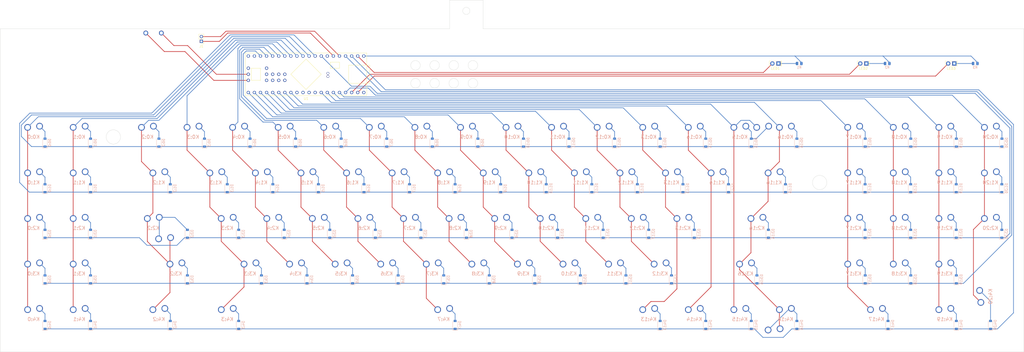
<source format=kicad_pcb>
(kicad_pcb (version 20211014) (generator pcbnew)
  (layers (0 "F.Cu" signal "Top") (31 "B.Cu" signal "Bottom") (34 "B.Paste" user) (35 "F.Paste" user) (36 "B.SilkS" user "B.Silkscreen") (37 "F.SilkS" user "F.Silkscreen") (38 "B.Mask" user) (39 "F.Mask" user) (44 "Edge.Cuts" user))
  (net 0 "")
  (net 1 "GND")
  (net 2 "Net-(D0:5-Pad2)")
  (net 3 "Net-(D0:0-Pad2)")
  (net 4 "Net-(D0:0-Pad1)")
  (net 5 "Net-(D0:1-Pad2)")
  (net 6 "Net-(D0:2-Pad2)")
  (net 7 "Net-(D0:3-Pad2)")
  (net 8 "Net-(D0:6-Pad2)")
  (net 9 "Net-(D0:4-Pad2)")
  (net 10 "Net-(D0:7-Pad2)")
  (net 11 "Net-(K0:0-Pad1)")
  (net 12 "Net-(D0:8-Pad2)")
  (net 13 "Net-(D0:9-Pad2)")
  (net 14 "Net-(D0:10-Pad2)")
  (net 15 "Net-(D0:11-Pad2)")
  (net 16 "Net-(D0:12-Pad2)")
  (net 17 "Net-(D0:13-Pad2)")
  (net 18 "Net-(D0:14-Pad2)")
  (net 19 "Net-(D0:15-Pad2)")
  (net 20 "Net-(D0:16-Pad2)")
  (net 21 "Net-(D0:17-Pad2)")
  (net 22 "Net-(D0:18-Pad2)")
  (net 23 "Net-(D0:19-Pad2)")
  (net 24 "Net-(D0:20-Pad2)")
  (net 25 "Net-(D1:0-Pad1)")
  (net 26 "Net-(D1:5-Pad2)")
  (net 27 "Net-(D1:6-Pad2)")
  (net 28 "Net-(D1:7-Pad2)")
  (net 29 "Net-(D1:8-Pad2)")
  (net 30 "Net-(D1:9-Pad2)")
  (net 31 "Net-(D1:0-Pad2)")
  (net 32 "Net-(D1:1-Pad2)")
  (net 33 "Net-(D1:2-Pad2)")
  (net 34 "Net-(D1:3-Pad2)")
  (net 35 "Net-(D1:4-Pad2)")
  (net 36 "Net-(D2:0-Pad2)")
  (net 37 "Net-(D2:1-Pad2)")
  (net 38 "Net-(D2:2-Pad2)")
  (net 39 "Net-(D2:3-Pad2)")
  (net 40 "Net-(D2:4-Pad2)")
  (net 41 "Net-(D3:0-Pad2)")
  (net 42 "Net-(D3:1-Pad2)")
  (net 43 "Net-(D3:2-Pad2)")
  (net 44 "Net-(D3:3-Pad2)")
  (net 45 "Net-(D3:4-Pad2)")
  (net 46 "Net-(D4:0-Pad2)")
  (net 47 "Net-(D4:1-Pad2)")
  (net 48 "Net-(D4:2-Pad2)")
  (net 49 "Net-(D4:3-Pad2)")
  (net 50 "Net-(D1:11-Pad2)")
  (net 51 "Net-(D1:12-Pad2)")
  (net 52 "Net-(D1:13-Pad2)")
  (net 53 "Net-(D1:14-Pad2)")
  (net 54 "Net-(D1:16-Pad2)")
  (net 55 "Net-(D1:17-Pad2)")
  (net 56 "Net-(D1:18-Pad2)")
  (net 57 "Net-(D1:19-Pad2)")
  (net 58 "Net-(D1:20-Pad2)")
  (net 59 "Net-(D2:0-Pad1)")
  (net 60 "Net-(D2:5-Pad2)")
  (net 61 "Net-(D2:6-Pad2)")
  (net 62 "Net-(D2:7-Pad2)")
  (net 63 "Net-(D2:8-Pad2)")
  (net 64 "Net-(D2:9-Pad2)")
  (net 65 "Net-(D2:10-Pad2)")
  (net 66 "Net-(D2:11-Pad2)")
  (net 67 "Net-(D2:12-Pad2)")
  (net 68 "Net-(D2:13-Pad2)")
  (net 69 "Net-(D2:16-Pad2)")
  (net 70 "Net-(D2:17-Pad2)")
  (net 71 "Net-(D2:18-Pad2)")
  (net 72 "Net-(D2:19-Pad2)")
  (net 73 "Net-(D2:20-Pad2)")
  (net 74 "Net-(D3:0-Pad1)")
  (net 75 "Net-(D3:5-Pad2)")
  (net 76 "Net-(D3:6-Pad2)")
  (net 77 "Net-(D3:7-Pad2)")
  (net 78 "Net-(D3:8-Pad2)")
  (net 79 "Net-(D3:9-Pad2)")
  (net 80 "Net-(D3:10-Pad2)")
  (net 81 "Net-(D3:11-Pad2)")
  (net 82 "Net-(D3:12-Pad2)")
  (net 83 "Net-(D3:16-Pad2)")
  (net 84 "Net-(D3:17-Pad2)")
  (net 85 "Net-(D3:18-Pad2)")
  (net 86 "Net-(D3:19-Pad2)")
  (net 87 "Net-(D4:0-Pad1)")
  (net 88 "Net-(D4:7-Pad2)")
  (net 89 "Net-(D4:13-Pad2)")
  (net 90 "Net-(D4:14-Pad2)")
  (net 91 "Net-(D4:15-Pad2)")
  (net 92 "Net-(D4:16-Pad2)")
  (net 93 "Net-(D4:17-Pad2)")
  (net 94 "Net-(D4:19-Pad2)")
  (net 95 "Net-(D4:20-Pad2)")
  (net 96 "Net-(K0:1-Pad1)")
  (net 97 "Net-(K0:2-Pad1)")
  (net 98 "Net-(K0:3-Pad1)")
  (net 99 "Net-(K0:4-Pad1)")
  (net 100 "Net-(K0:5-Pad1)")
  (net 101 "Net-(K0:6-Pad1)")
  (net 102 "Net-(K0:7-Pad1)")
  (net 103 "Net-(K0:8-Pad1)")
  (net 104 "Net-(K0:9-Pad1)")
  (net 105 "Net-(K0:10-Pad1)")
  (net 106 "Net-(K0:11-Pad1)")
  (net 107 "Net-(K0:12-Pad1)")
  (net 108 "Net-(K0:13-Pad1)")
  (net 109 "Net-(K0:14-Pad1)")
  (net 110 "Net-(K0:15-Pad1)")
  (net 111 "Net-(K0:16-Pad1)")
  (net 112 "Net-(K0:17-Pad1)")
  (net 113 "Net-(K0:18-Pad1)")
  (net 114 "Net-(K0:19-Pad1)")
  (net 115 "Net-(K0:20-Pad1)")
  (net 128 "Net-(J1-Pad1)")
  (net 129 "Net-(J1-Pad2)")
  (net 136 "Net-(D1:10-Pad2)")
  (net 137 "Net-(SW1-Pad1)")
  (net 138 "Net-(SW1-Pad2)")
  (net 141 "Net-(LED1-Pad1)")
  (net 142 "Net-(LED1-Pad2)")
  (net 143 "Net-(LED2-Pad1)")
  (net 144 "Net-(LED2-Pad2)")
  (net 145 "Net-(LED3-Pad1)")
  (net 146 "Net-(LED3-Pad2)")
  (footprint "Keyboard_Footprints:Teensy2.0++" (layer "F.Cu") (at 152 50 180)
    (fp_text reference "U1")
    (fp_text value "Teensy2.0++")
  )
  (footprint "Connector_PinHeader_2.00mm:PinHeader_1x02_P2.00mm_Vertical" (layer "F.Cu") (at 108.25 36.25 180)
    (fp_text reference "J1")
    (fp_text value "CONN_01X02")
  )
  (footprint "Keyboard_Footprints:Alps_Hotswap" (layer "F.Cu") (at 38.1 76.2)
    (fp_text reference "K0:0")
    (fp_text value "KEYSW")
  )
  (footprint "Keyboard_Footprints:Alps_Hotswap" (layer "F.Cu") (at 38.1 95.25)
    (fp_text reference "K1:0")
    (fp_text value "KEYSW")
  )
  (footprint "Keyboard_Footprints:Alps_Hotswap" (layer "F.Cu") (at 38.1 114.3)
    (fp_text reference "K2:0")
    (fp_text value "KEYSW")
  )
  (footprint "Keyboard_Footprints:Alps_Hotswap" (layer "F.Cu") (at 38.1 133.35)
    (fp_text reference "K3:0")
    (fp_text value "KEYSW")
  )
  (footprint "Keyboard_Footprints:Alps_Hotswap" (layer "F.Cu") (at 38.1 152.4)
    (fp_text reference "K4:0")
    (fp_text value "KEYSW")
  )
  (footprint "Keyboard_Footprints:Alps_Hotswap" (layer "F.Cu") (at 238.1 76.2)
    (fp_text reference "K0:10")
    (fp_text value "KEYSW")
  )
  (footprint "Keyboard_Footprints:Alps_Hotswap" (layer "F.Cu") (at 247.625 95.25)
    (fp_text reference "K1:10")
    (fp_text value "KEYSW")
  )
  (footprint "Keyboard_Footprints:Alps_Hotswap" (layer "F.Cu") (at 252.3875 114.3)
    (fp_text reference "K2:10")
    (fp_text value "KEYSW")
  )
  (footprint "Keyboard_Footprints:Alps_Hotswap" (layer "F.Cu") (at 261.9125 133.35)
    (fp_text reference "K3:10")
    (fp_text value "KEYSW")
  )
  (footprint "Keyboard_Footprints:Alps_Hotswap" (layer "F.Cu") (at 257.15 76.2)
    (fp_text reference "K0:11")
    (fp_text value "KEYSW")
  )
  (footprint "Keyboard_Footprints:Alps_Hotswap" (layer "F.Cu") (at 266.675 95.25)
    (fp_text reference "K1:11")
    (fp_text value "KEYSW")
  )
  (footprint "Keyboard_Footprints:Alps_Hotswap" (layer "F.Cu") (at 271.4375 114.3)
    (fp_text reference "K2:11")
    (fp_text value "KEYSW")
  )
  (footprint "Keyboard_Footprints:Alps_Hotswap" (layer "F.Cu") (at 280.9625 133.35)
    (fp_text reference "K3:11")
    (fp_text value "KEYSW")
  )
  (footprint "Keyboard_Footprints:Alps_Hotswap" (layer "F.Cu") (at 276.2 76.2)
    (fp_text reference "K0:12")
    (fp_text value "KEYSW")
  )
  (footprint "Keyboard_Footprints:Alps_Hotswap" (layer "F.Cu") (at 285.725 95.25)
    (fp_text reference "K1:12")
    (fp_text value "KEYSW")
  )
  (footprint "Keyboard_Footprints:Alps_Hotswap" (layer "F.Cu") (at 290.4875 114.3)
    (fp_text reference "K2:12")
    (fp_text value "KEYSW")
  )
  (footprint "Keyboard_Footprints:Alps_Hotswap" (layer "F.Cu") (at 300.0125 133.35)
    (fp_text reference "K3:12")
    (fp_text value "KEYSW")
  )
  (footprint "Keyboard_Footprints:Alps_Hotswap" (layer "F.Cu") (at 295.25 76.2)
    (fp_text reference "K0:13")
    (fp_text value "KEYSW")
  )
  (footprint "Keyboard_Footprints:Alps_Hotswap" (layer "F.Cu") (at 304.775 95.25)
    (fp_text reference "K1:13")
    (fp_text value "KEYSW")
  )
  (footprint "Keyboard_Footprints:Alps_Hotswap" (layer "F.Cu") (at 309.5375 114.3)
    (fp_text reference "K2:13")
    (fp_text value "KEYSW")
  )
  (footprint "Keyboard_Footprints:Alps_Hotswap" (layer "F.Cu") (at 295.25 152.4)
    (fp_text reference "K4:13")
    (fp_text value "KEYSW")
  )
  (footprint "Keyboard_Footprints:Alps_Hotswap" (layer "F.Cu") (at 314.3 76.2)
    (fp_text reference "K0:14")
    (fp_text value "KEYSW")
  )
  (footprint "Keyboard_Footprints:Alps_Hotswap" (layer "F.Cu") (at 323.825 95.25)
    (fp_text reference "K1:14")
    (fp_text value "KEYSW")
  )
  (footprint "Keyboard_Footprints:Alps_Hotswap" (layer "F.Cu") (at 314.3 152.4)
    (fp_text reference "K4:14")
    (fp_text value "KEYSW")
  )
  (footprint "Keyboard_Footprints:Alps_Hotswap" (layer "F.Cu") (at 333.35 76.2)
    (fp_text reference "K0:15")
    (fp_text value "KEYSW")
  )
  (footprint "Keyboard_Footprints:Alps_Hotswap" (layer "F.Cu") (at 333.35 152.4)
    (fp_text reference "K4:15")
    (fp_text value "KEYSW")
  )
  (footprint "Keyboard_Footprints:Alps_Hotswap_Secondary" (layer "F.Cu") (at 342.9 76.2)
    (fp_text reference "K0:15_1")
    (fp_text value "KEYSW")
  )
  (footprint "Keyboard_Footprints:Alps_Hotswap" (layer "F.Cu") (at 352.4 76.2)
    (fp_text reference "K0:16")
    (fp_text value "KEYSW")
  )
  (footprint "Keyboard_Footprints:Alps_Hotswap" (layer "F.Cu") (at 347.6625 95.25)
    (fp_text reference "K1:16")
    (fp_text value "KEYSW")
  )
  (footprint "Keyboard_Footprints:Alps_Hotswap" (layer "F.Cu") (at 340.49375 114.3)
    (fp_text reference "K2:16")
    (fp_text value "KEYSW")
  )
  (footprint "Keyboard_Footprints:Alps_Hotswap" (layer "F.Cu") (at 335.73125 133.35)
    (fp_text reference "K3:16")
    (fp_text value "KEYSW")
  )
  (footprint "Keyboard_Footprints:Alps_Hotswap" (layer "F.Cu") (at 352.4 152.4)
    (fp_text reference "K4:16")
    (fp_text value "KEYSW")
  )
  (footprint "Keyboard_Footprints:Alps_Hotswap_Secondary" (layer "F.Cu") (at 347.6625 152.4 180)
    (fp_text reference "K4:16_1")
    (fp_text value "KEYSW")
  )
  (footprint "Keyboard_Footprints:Alps_Hotswap" (layer "F.Cu") (at 380.95 76.2)
    (fp_text reference "K0:17")
    (fp_text value "KEYSW")
  )
  (footprint "Keyboard_Footprints:Alps_Hotswap" (layer "F.Cu") (at 380.95 95.25)
    (fp_text reference "K1:17")
    (fp_text value "KEYSW")
  )
  (footprint "Keyboard_Footprints:Alps_Hotswap" (layer "F.Cu") (at 380.95 114.3)
    (fp_text reference "K2:17")
    (fp_text value "KEYSW")
  )
  (footprint "Keyboard_Footprints:Alps_Hotswap" (layer "F.Cu") (at 380.95 133.35)
    (fp_text reference "K3:17")
    (fp_text value "KEYSW")
  )
  (footprint "Keyboard_Footprints:Alps_Hotswap" (layer "F.Cu") (at 390.475 152.4)
    (fp_text reference "K4:17")
    (fp_text value "KEYSW")
  )
  (footprint "Keyboard_Footprints:Alps_Hotswap" (layer "F.Cu") (at 400 76.2)
    (fp_text reference "K0:18")
    (fp_text value "KEYSW")
  )
  (footprint "Keyboard_Footprints:Alps_Hotswap" (layer "F.Cu") (at 400 95.25)
    (fp_text reference "K1:18")
    (fp_text value "KEYSW")
  )
  (footprint "Keyboard_Footprints:Alps_Hotswap" (layer "F.Cu") (at 400 114.3)
    (fp_text reference "K2:18")
    (fp_text value "KEYSW")
  )
  (footprint "Keyboard_Footprints:Alps_Hotswap" (layer "F.Cu") (at 400 133.35)
    (fp_text reference "K3:18")
    (fp_text value "KEYSW")
  )
  (footprint "Keyboard_Footprints:Alps_Hotswap" (layer "F.Cu") (at 419.05 76.2)
    (fp_text reference "K0:19")
    (fp_text value "KEYSW")
  )
  (footprint "Keyboard_Footprints:Alps_Hotswap" (layer "F.Cu") (at 419.05 95.25)
    (fp_text reference "K1:19")
    (fp_text value "KEYSW")
  )
  (footprint "Keyboard_Footprints:Alps_Hotswap" (layer "F.Cu") (at 419.05 114.3)
    (fp_text reference "K2:19")
    (fp_text value "KEYSW")
  )
  (footprint "Keyboard_Footprints:Alps_Hotswap" (layer "F.Cu") (at 419.05 133.35)
    (fp_text reference "K3:19")
    (fp_text value "KEYSW")
  )
  (footprint "Keyboard_Footprints:Alps_Hotswap" (layer "F.Cu") (at 419.05 152.4)
    (fp_text reference "K4:19")
    (fp_text value "KEYSW")
  )
  (footprint "Keyboard_Footprints:Alps_Hotswap" (layer "F.Cu") (at 57.15 76.2)
    (fp_text reference "K0:1")
    (fp_text value "KEYSW")
  )
  (footprint "Keyboard_Footprints:Alps_Hotswap" (layer "F.Cu") (at 57.15 95.25)
    (fp_text reference "K1:1")
    (fp_text value "KEYSW")
  )
  (footprint "Keyboard_Footprints:Alps_Hotswap" (layer "F.Cu") (at 57.15 114.3)
    (fp_text reference "K2:1")
    (fp_text value "KEYSW")
  )
  (footprint "Keyboard_Footprints:Alps_Hotswap" (layer "F.Cu") (at 57.15 133.35)
    (fp_text reference "K3:1")
    (fp_text value "KEYSW")
  )
  (footprint "Keyboard_Footprints:Alps_Hotswap" (layer "F.Cu") (at 57.15 152.4)
    (fp_text reference "K4:1")
    (fp_text value "KEYSW")
  )
  (footprint "Keyboard_Footprints:Alps_Hotswap" (layer "F.Cu") (at 438.1 76.2)
    (fp_text reference "K0:20")
    (fp_text value "KEYSW")
  )
  (footprint "Keyboard_Footprints:Alps_Hotswap" (layer "F.Cu") (at 438.1 95.25)
    (fp_text reference "K1:20")
    (fp_text value "KEYSW")
  )
  (footprint "Keyboard_Footprints:Alps_Hotswap" (layer "F.Cu") (at 438.1 114.3)
    (fp_text reference "K2:20")
    (fp_text value "KEYSW")
  )
  (footprint "Keyboard_Footprints:Alps_Hotswap" (layer "F.Cu") (at 438.1 142.875 90)
    (fp_text reference "K4:20")
    (fp_text value "KEYSW")
  )
  (footprint "Keyboard_Footprints:Alps_Hotswap" (layer "F.Cu") (at 85.7 76.2)
    (fp_text reference "K0:2")
    (fp_text value "KEYSW")
  )
  (footprint "Keyboard_Footprints:Alps_Hotswap" (layer "F.Cu") (at 90.4625 95.25)
    (fp_text reference "K1:2")
    (fp_text value "KEYSW")
  )
  (footprint "Keyboard_Footprints:Alps_Hotswap" (layer "F.Cu") (at 88.1375 114.3)
    (fp_text reference "K2:2")
    (fp_text value "KEYSW")
  )
  (footprint "Keyboard_Footprints:Alps_Hotswap" (layer "F.Cu") (at 97.60625 133.35)
    (fp_text reference "K3:2")
    (fp_text value "KEYSW")
  )
  (footprint "Keyboard_Footprints:Alps_Hotswap" (layer "F.Cu") (at 90.4625 152.4)
    (fp_text reference "K4:2")
    (fp_text value "KEYSW")
  )
  (footprint "Keyboard_Footprints:Alps_Hotswap_Secondary" (layer "F.Cu") (at 92.86875 114.3 180)
    (fp_text reference "K2:2_1")
    (fp_text value "KEYSW")
  )
  (footprint "Keyboard_Footprints:Alps_Hotswap" (layer "F.Cu") (at 104.75 76.2)
    (fp_text reference "K0:3")
    (fp_text value "KEYSW")
  )
  (footprint "Keyboard_Footprints:Alps_Hotswap" (layer "F.Cu") (at 114.275 95.25)
    (fp_text reference "K1:3")
    (fp_text value "KEYSW")
  )
  (footprint "Keyboard_Footprints:Alps_Hotswap" (layer "F.Cu") (at 119.0375 114.3)
    (fp_text reference "K2:3")
    (fp_text value "KEYSW")
  )
  (footprint "Keyboard_Footprints:Alps_Hotswap" (layer "F.Cu") (at 128.5625 133.35)
    (fp_text reference "K3:3")
    (fp_text value "KEYSW")
  )
  (footprint "Keyboard_Footprints:Alps_Hotswap" (layer "F.Cu") (at 119.0625 152.4)
    (fp_text reference "K4:3")
    (fp_text value "KEYSW")
  )
  (footprint "Keyboard_Footprints:Alps_Hotswap" (layer "F.Cu") (at 123.8 76.2)
    (fp_text reference "K0:4")
    (fp_text value "KEYSW")
  )
  (footprint "Keyboard_Footprints:Alps_Hotswap" (layer "F.Cu") (at 133.325 95.25)
    (fp_text reference "K1:4")
    (fp_text value "KEYSW")
  )
  (footprint "Keyboard_Footprints:Alps_Hotswap" (layer "F.Cu") (at 138.0875 114.3)
    (fp_text reference "K2:4")
    (fp_text value "KEYSW")
  )
  (footprint "Keyboard_Footprints:Alps_Hotswap" (layer "F.Cu") (at 147.6125 133.35)
    (fp_text reference "K3:4")
    (fp_text value "KEYSW")
  )
  (footprint "Keyboard_Footprints:Alps_Hotswap" (layer "F.Cu") (at 142.85 76.2)
    (fp_text reference "K0:5")
    (fp_text value "KEYSW")
  )
  (footprint "Keyboard_Footprints:Alps_Hotswap" (layer "F.Cu") (at 152.375 95.25)
    (fp_text reference "K1:5")
    (fp_text value "KEYSW")
  )
  (footprint "Keyboard_Footprints:Alps_Hotswap" (layer "F.Cu") (at 157.1375 114.3)
    (fp_text reference "K2:5")
    (fp_text value "KEYSW")
  )
  (footprint "Keyboard_Footprints:Alps_Hotswap" (layer "F.Cu") (at 166.6625 133.35)
    (fp_text reference "K3:5")
    (fp_text value "KEYSW")
  )
  (footprint "Keyboard_Footprints:Alps_Hotswap" (layer "F.Cu") (at 161.9 76.2)
    (fp_text reference "K0:6")
    (fp_text value "KEYSW")
  )
  (footprint "Keyboard_Footprints:Alps_Hotswap" (layer "F.Cu") (at 171.425 95.25)
    (fp_text reference "K1:6")
    (fp_text value "KEYSW")
  )
  (footprint "Keyboard_Footprints:Alps_Hotswap" (layer "F.Cu") (at 176.1875 114.3)
    (fp_text reference "K2:6")
    (fp_text value "KEYSW")
  )
  (footprint "Keyboard_Footprints:Alps_Hotswap" (layer "F.Cu") (at 185.7125 133.35)
    (fp_text reference "K3:6")
    (fp_text value "KEYSW")
  )
  (footprint "Keyboard_Footprints:Alps_Hotswap" (layer "F.Cu") (at 180.95 76.2)
    (fp_text reference "K0:7")
    (fp_text value "KEYSW")
  )
  (footprint "Keyboard_Footprints:Alps_Hotswap" (layer "F.Cu") (at 190.475 95.25)
    (fp_text reference "K1:7")
    (fp_text value "KEYSW")
  )
  (footprint "Keyboard_Footprints:Alps_Hotswap" (layer "F.Cu") (at 195.2375 114.3)
    (fp_text reference "K2:7")
    (fp_text value "KEYSW")
  )
  (footprint "Keyboard_Footprints:Alps_Hotswap" (layer "F.Cu") (at 204.7625 133.35)
    (fp_text reference "K3:7")
    (fp_text value "KEYSW")
  )
  (footprint "Keyboard_Footprints:Alps_Hotswap" (layer "F.Cu") (at 209.525 152.4)
    (fp_text reference "K4:7")
    (fp_text value "KEYSW")
  )
  (footprint "Keyboard_Footprints:Alps_Hotswap" (layer "F.Cu") (at 200 76.2)
    (fp_text reference "K0:8")
    (fp_text value "KEYSW")
  )
  (footprint "Keyboard_Footprints:Alps_Hotswap" (layer "F.Cu") (at 209.525 95.25)
    (fp_text reference "K1:8")
    (fp_text value "KEYSW")
  )
  (footprint "Keyboard_Footprints:Alps_Hotswap" (layer "F.Cu") (at 214.2875 114.3)
    (fp_text reference "K2:8")
    (fp_text value "KEYSW")
  )
  (footprint "Keyboard_Footprints:Alps_Hotswap" (layer "F.Cu") (at 223.8125 133.35)
    (fp_text reference "K3:8")
    (fp_text value "KEYSW")
  )
  (footprint "Keyboard_Footprints:Alps_Hotswap" (layer "F.Cu") (at 219.075 76.2)
    (fp_text reference "K0:9")
    (fp_text value "KEYSW")
  )
  (footprint "Keyboard_Footprints:Alps_Hotswap" (layer "F.Cu") (at 228.575 95.25)
    (fp_text reference "K1:9")
    (fp_text value "KEYSW")
  )
  (footprint "Keyboard_Footprints:Alps_Hotswap" (layer "F.Cu") (at 233.3375 114.3)
    (fp_text reference "K2:9")
    (fp_text value "KEYSW")
  )
  (footprint "Keyboard_Footprints:Alps_Hotswap" (layer "F.Cu") (at 242.8625 133.35)
    (fp_text reference "K3:9")
    (fp_text value "KEYSW")
  )
  (footprint "LED_THT:LED_Rectangular_W5.0mm_H2.0mm" (layer "F.Cu") (at 349.5 45.5 180)
    (fp_text reference "LED1")
    (fp_text value "5mm_Rectangular" hide)
  )
  (footprint "LED_THT:LED_Rectangular_W5.0mm_H2.0mm" (layer "F.Cu") (at 423 45.5 180)
    (fp_text reference "LED3")
    (fp_text value "5mm_Rectangular" hide)
  )
  (footprint "LED_THT:LED_Rectangular_W5.0mm_H2.0mm" (layer "F.Cu") (at 386.25 45.5 180)
    (fp_text reference "LED2")
    (fp_text value "5mm_Rectangular" hide)
  )
  (footprint "Keyboard_Footprints:TE_1825966-1" (layer "F.Cu") (at 88.25 32.75 180)
    (fp_text reference "SW1" hide)
    (fp_text value "SW_PUSH")
  )
  (footprint "Resistor_SMD:R_0805_2012Metric" (layer "B.Cu") (at 431.7625 45.5)
    (fp_text reference "R3")
    (fp_text value "R")
  )
  (footprint "Resistor_SMD:R_0805_2012Metric" (layer "B.Cu") (at 394.9625 45.5)
    (fp_text reference "R2")
    (fp_text value "R")
  )
  (footprint "Resistor_SMD:R_0805_2012Metric" (layer "B.Cu") (at 358.1625 45.5)
    (fp_text reference "R1")
    (fp_text value "R")
  )
  (footprint "Diode_SMD:D_SOD-123" (layer "B.Cu") (at 42.8625 78.58125 90)
    (fp_text reference "D0:0")
    (fp_text value "D")
  )
  (footprint "Diode_SMD:D_SOD-123" (layer "B.Cu") (at 290.5125 97.63125 90)
    (fp_text reference "D1:12")
    (fp_text value "D")
  )
  (footprint "Diode_SMD:D_SOD-123" (layer "B.Cu") (at 442.8625 97.63125 90)
    (fp_text reference "D1:20")
    (fp_text value "D")
  )
  (footprint "Diode_SMD:D_SOD-123" (layer "B.Cu") (at 442.8625 116.68125 90)
    (fp_text reference "D2:20")
    (fp_text value "D")
  )
  (footprint "Diode_SMD:D_SOD-123" (layer "B.Cu") (at 423.8125 116.68125 90)
    (fp_text reference "D2:19")
    (fp_text value "D")
  )
  (footprint "Diode_SMD:D_SOD-123" (layer "B.Cu") (at 385.7125 116.68125 90)
    (fp_text reference "D2:17")
    (fp_text value "D")
  )
  (footprint "Diode_SMD:D_SOD-123" (layer "B.Cu") (at 404.7625 116.68125 90)
    (fp_text reference "D2:18")
    (fp_text value "D")
  )
  (footprint "Diode_SMD:D_SOD-123" (layer "B.Cu") (at 247.625 135.73125 90)
    (fp_text reference "D3:9")
    (fp_text value "D")
  )
  (footprint "Diode_SMD:D_SOD-123" (layer "B.Cu") (at 340.49375 135.73125 90)
    (fp_text reference "D3:16")
    (fp_text value "D")
  )
  (footprint "Diode_SMD:D_SOD-123" (layer "B.Cu") (at 266.675 135.73125 90)
    (fp_text reference "D3:10")
    (fp_text value "D")
  )
  (footprint "Diode_SMD:D_SOD-123" (layer "B.Cu") (at 285.725 135.73125 90)
    (fp_text reference "D3:11")
    (fp_text value "D")
  )
  (footprint "Diode_SMD:D_SOD-123" (layer "B.Cu") (at 304.775 135.73125 90)
    (fp_text reference "D3:12")
    (fp_text value "D")
  )
  (footprint "Diode_SMD:D_SOD-123" (layer "B.Cu") (at 357.1875 78.58125 90)
    (fp_text reference "D0:16")
    (fp_text value "D")
  )
  (footprint "Diode_SMD:D_SOD-123" (layer "B.Cu") (at 276.2 116.68125 90)
    (fp_text reference "D2:11")
    (fp_text value "D")
  )
  (footprint "Diode_SMD:D_SOD-123" (layer "B.Cu") (at 338.1375 154.78125 90)
    (fp_text reference "D4:15")
    (fp_text value "D")
  )
  (footprint "Diode_SMD:D_SOD-123" (layer "B.Cu") (at 438.15 154.78125 90)
    (fp_text reference "D4:20")
    (fp_text value "D")
  )
  (footprint "Diode_SMD:D_SOD-123" (layer "B.Cu") (at 42.8625 97.63125 90)
    (fp_text reference "D1:0")
    (fp_text value "D")
  )
  (footprint "Diode_SMD:D_SOD-123" (layer "B.Cu") (at 42.8625 154.78125 90)
    (fp_text reference "D4:0")
    (fp_text value "D")
  )
  (footprint "Diode_SMD:D_SOD-123" (layer "B.Cu") (at 242.8875 78.58125 90)
    (fp_text reference "D0:10")
    (fp_text value "D")
  )
  (footprint "Diode_SMD:D_SOD-123" (layer "B.Cu") (at 252.4125 97.63125 90)
    (fp_text reference "D1:10")
    (fp_text value "D")
  )
  (footprint "Diode_SMD:D_SOD-123" (layer "B.Cu") (at 257.15 116.68125 90)
    (fp_text reference "D2:10")
    (fp_text value "D")
  )
  (footprint "Diode_SMD:D_SOD-123" (layer "B.Cu") (at 261.9375 78.58125 90)
    (fp_text reference "D0:11")
    (fp_text value "D")
  )
  (footprint "Diode_SMD:D_SOD-123" (layer "B.Cu") (at 271.4625 97.63125 90)
    (fp_text reference "D1:11")
    (fp_text value "D")
  )
  (footprint "Diode_SMD:D_SOD-123" (layer "B.Cu") (at 280.9875 78.58125 90)
    (fp_text reference "D0:12")
    (fp_text value "D")
  )
  (footprint "Diode_SMD:D_SOD-123" (layer "B.Cu") (at 295.25 116.68125 90)
    (fp_text reference "D2:12")
    (fp_text value "D")
  )
  (footprint "Diode_SMD:D_SOD-123" (layer "B.Cu") (at 300.0375 78.58125 90)
    (fp_text reference "D0:13")
    (fp_text value "D")
  )
  (footprint "Diode_SMD:D_SOD-123" (layer "B.Cu") (at 309.5625 97.63125 90)
    (fp_text reference "D1:13")
    (fp_text value "D")
  )
  (footprint "Diode_SMD:D_SOD-123" (layer "B.Cu") (at 314.3 116.68125 90)
    (fp_text reference "D2:13")
    (fp_text value "D")
  )
  (footprint "Diode_SMD:D_SOD-123" (layer "B.Cu") (at 300.0375 154.78125 90)
    (fp_text reference "D4:13")
    (fp_text value "D")
  )
  (footprint "Diode_SMD:D_SOD-123" (layer "B.Cu") (at 319.0875 78.58125 90)
    (fp_text reference "D0:14")
    (fp_text value "D")
  )
  (footprint "Diode_SMD:D_SOD-123" (layer "B.Cu") (at 328.6125 97.63125 90)
    (fp_text reference "D1:14")
    (fp_text value "D")
  )
  (footprint "Diode_SMD:D_SOD-123" (layer "B.Cu") (at 319.0875 154.78125 90)
    (fp_text reference "D4:14")
    (fp_text value "D")
  )
  (footprint "Diode_SMD:D_SOD-123" (layer "B.Cu") (at 338.1375 78.58125 90)
    (fp_text reference "D0:15")
    (fp_text value "D")
  )
  (footprint "Diode_SMD:D_SOD-123" (layer "B.Cu") (at 352.425 97.63125 90)
    (fp_text reference "D1:16")
    (fp_text value "D")
  )
  (footprint "Diode_SMD:D_SOD-123" (layer "B.Cu") (at 345.28125 116.68125 90)
    (fp_text reference "D2:16")
    (fp_text value "D")
  )
  (footprint "Diode_SMD:D_SOD-123" (layer "B.Cu") (at 357.1875 154.78125 90)
    (fp_text reference "D4:16")
    (fp_text value "D")
  )
  (footprint "Diode_SMD:D_SOD-123" (layer "B.Cu") (at 385.7625 78.58125 90)
    (fp_text reference "D0:17")
    (fp_text value "D")
  )
  (footprint "Diode_SMD:D_SOD-123" (layer "B.Cu") (at 385.7125 97.63125 90)
    (fp_text reference "D1:17")
    (fp_text value "D")
  )
  (footprint "Diode_SMD:D_SOD-123" (layer "B.Cu") (at 385.7625 135.73125 90)
    (fp_text reference "D3:17")
    (fp_text value "D")
  )
  (footprint "Diode_SMD:D_SOD-123" (layer "B.Cu") (at 395.2875 154.78125 90)
    (fp_text reference "D4:17")
    (fp_text value "D")
  )
  (footprint "Diode_SMD:D_SOD-123" (layer "B.Cu") (at 404.8125 78.58125 90)
    (fp_text reference "D0:18")
    (fp_text value "D")
  )
  (footprint "Diode_SMD:D_SOD-123" (layer "B.Cu") (at 404.7625 97.63125 90)
    (fp_text reference "D1:18")
    (fp_text value "D")
  )
  (footprint "Diode_SMD:D_SOD-123" (layer "B.Cu") (at 404.8125 135.73125 90)
    (fp_text reference "D3:18")
    (fp_text value "D")
  )
  (footprint "Diode_SMD:D_SOD-123" (layer "B.Cu") (at 423.8625 78.58125 90)
    (fp_text reference "D0:19")
    (fp_text value "D")
  )
  (footprint "Diode_SMD:D_SOD-123" (layer "B.Cu") (at 423.8125 97.63125 90)
    (fp_text reference "D1:19")
    (fp_text value "D")
  )
  (footprint "Diode_SMD:D_SOD-123" (layer "B.Cu") (at 423.8625 135.73125 90)
    (fp_text reference "D3:19")
    (fp_text value "D")
  )
  (footprint "Diode_SMD:D_SOD-123" (layer "B.Cu") (at 423.8625 154.78125 90)
    (fp_text reference "D4:19")
    (fp_text value "D")
  )
  (footprint "Diode_SMD:D_SOD-123" (layer "B.Cu") (at 61.9125 78.58125 90)
    (fp_text reference "D0:1")
    (fp_text value "D")
  )
  (footprint "Diode_SMD:D_SOD-123" (layer "B.Cu") (at 61.9125 97.63125 90)
    (fp_text reference "D1:1")
    (fp_text value "D")
  )
  (footprint "Diode_SMD:D_SOD-123" (layer "B.Cu") (at 61.9125 116.68125 90)
    (fp_text reference "D2:1")
    (fp_text value "D")
  )
  (footprint "Diode_SMD:D_SOD-123" (layer "B.Cu") (at 61.9125 135.73125 90)
    (fp_text reference "D3:1")
    (fp_text value "D")
  )
  (footprint "Diode_SMD:D_SOD-123" (layer "B.Cu") (at 61.9125 154.78125 90)
    (fp_text reference "D4:1")
    (fp_text value "D")
  )
  (footprint "Diode_SMD:D_SOD-123" (layer "B.Cu") (at 442.9125 78.58125 90)
    (fp_text reference "D0:20")
    (fp_text value "D")
  )
  (footprint "Diode_SMD:D_SOD-123" (layer "B.Cu") (at 90.4875 78.58125 90)
    (fp_text reference "D0:2")
    (fp_text value "D")
  )
  (footprint "Diode_SMD:D_SOD-123" (layer "B.Cu") (at 95.25 97.63125 90)
    (fp_text reference "D1:2")
    (fp_text value "D")
  )
  (footprint "Diode_SMD:D_SOD-123" (layer "B.Cu") (at 102.39375 116.68125 90)
    (fp_text reference "D2:2")
    (fp_text value "D")
  )
  (footprint "Diode_SMD:D_SOD-123" (layer "B.Cu") (at 102.39375 135.73125 90)
    (fp_text reference "D3:2")
    (fp_text value "D")
  )
  (footprint "Diode_SMD:D_SOD-123" (layer "B.Cu") (at 109.5375 78.58125 90)
    (fp_text reference "D0:3")
    (fp_text value "D")
  )
  (footprint "Diode_SMD:D_SOD-123" (layer "B.Cu") (at 119.0625 97.63125 90)
    (fp_text reference "D1:3")
    (fp_text value "D")
  )
  (footprint "Diode_SMD:D_SOD-123" (layer "B.Cu") (at 123.825 116.68125 90)
    (fp_text reference "D2:3")
    (fp_text value "D")
  )
  (footprint "Diode_SMD:D_SOD-123" (layer "B.Cu") (at 133.35 135.73125 90)
    (fp_text reference "D3:3")
    (fp_text value "D")
  )
  (footprint "Diode_SMD:D_SOD-123" (layer "B.Cu") (at 123.825 154.78125 90)
    (fp_text reference "D4:3")
    (fp_text value "D")
  )
  (footprint "Diode_SMD:D_SOD-123" (layer "B.Cu") (at 128.5875 78.58125 90)
    (fp_text reference "D0:4")
    (fp_text value "D")
  )
  (footprint "Diode_SMD:D_SOD-123" (layer "B.Cu") (at 138.1125 97.63125 90)
    (fp_text reference "D1:4")
    (fp_text value "D")
  )
  (footprint "Diode_SMD:D_SOD-123" (layer "B.Cu") (at 142.875 116.68125 90)
    (fp_text reference "D2:4")
    (fp_text value "D")
  )
  (footprint "Diode_SMD:D_SOD-123" (layer "B.Cu") (at 152.4 135.73125 90)
    (fp_text reference "D3:4")
    (fp_text value "D")
  )
  (footprint "Diode_SMD:D_SOD-123" (layer "B.Cu") (at 147.6375 78.58125 90)
    (fp_text reference "D0:5")
    (fp_text value "D")
  )
  (footprint "Diode_SMD:D_SOD-123" (layer "B.Cu") (at 161.925 116.68125 90)
    (fp_text reference "D2:5")
    (fp_text value "D")
  )
  (footprint "Diode_SMD:D_SOD-123" (layer "B.Cu") (at 171.45 135.73125 90)
    (fp_text reference "D3:5")
    (fp_text value "D")
  )
  (footprint "Diode_SMD:D_SOD-123" (layer "B.Cu") (at 166.6875 78.58125 90)
    (fp_text reference "D0:6")
    (fp_text value "D")
  )
  (footprint "Diode_SMD:D_SOD-123" (layer "B.Cu") (at 176.2125 97.63125 90)
    (fp_text reference "D1:6")
    (fp_text value "D")
  )
  (footprint "Diode_SMD:D_SOD-123" (layer "B.Cu") (at 180.975 116.68125 90)
    (fp_text reference "D2:6")
    (fp_text value "D")
  )
  (footprint "Diode_SMD:D_SOD-123" (layer "B.Cu") (at 190.5 135.73125 90)
    (fp_text reference "D3:6")
    (fp_text value "D")
  )
  (footprint "Diode_SMD:D_SOD-123" (layer "B.Cu") (at 185.7375 78.58125 90)
    (fp_text reference "D0:7")
    (fp_text value "D")
  )
  (footprint "Diode_SMD:D_SOD-123" (layer "B.Cu") (at 195.2625 97.63125 90)
    (fp_text reference "D1:7")
    (fp_text value "D")
  )
  (footprint "Diode_SMD:D_SOD-123" (layer "B.Cu") (at 200 116.68125 90)
    (fp_text reference "D2:7")
    (fp_text value "D")
  )
  (footprint "Diode_SMD:D_SOD-123" (layer "B.Cu") (at 209.55 135.73125 90)
    (fp_text reference "D3:7")
    (fp_text value "D")
  )
  (footprint "Diode_SMD:D_SOD-123" (layer "B.Cu") (at 214.3125 154.78125 90)
    (fp_text reference "D4:7")
    (fp_text value "D")
  )
  (footprint "Diode_SMD:D_SOD-123" (layer "B.Cu") (at 204.7875 78.58125 90)
    (fp_text reference "D0:8")
    (fp_text value "D")
  )
  (footprint "Diode_SMD:D_SOD-123" (layer "B.Cu") (at 214.3125 97.63125 90)
    (fp_text reference "D1:8")
    (fp_text value "D")
  )
  (footprint "Diode_SMD:D_SOD-123" (layer "B.Cu") (at 219.05 116.68125 90)
    (fp_text reference "D2:8")
    (fp_text value "D")
  )
  (footprint "Diode_SMD:D_SOD-123" (layer "B.Cu") (at 228.6 135.73125 90)
    (fp_text reference "D3:8")
    (fp_text value "D")
  )
  (footprint "Diode_SMD:D_SOD-123" (layer "B.Cu") (at 223.8375 78.58125 90)
    (fp_text reference "D0:9")
    (fp_text value "D")
  )
  (footprint "Diode_SMD:D_SOD-123" (layer "B.Cu") (at 233.3625 97.63125 90)
    (fp_text reference "D1:9")
    (fp_text value "D")
  )
  (footprint "Diode_SMD:D_SOD-123" (layer "B.Cu") (at 238.1 116.68125 90)
    (fp_text reference "D2:9")
    (fp_text value "D")
  )
  (footprint "Diode_SMD:D_SOD-123" (layer "B.Cu") (at 42.8625 135.73125 90)
    (fp_text reference "D3:0")
    (fp_text value "D")
  )
  (footprint "Diode_SMD:D_SOD-123" (layer "B.Cu") (at 95.25 154.78125 90)
    (fp_text reference "D4:2")
    (fp_text value "D")
  )
  (footprint "Diode_SMD:D_SOD-123" (layer "B.Cu") (at 42.8625 116.68125 90)
    (fp_text reference "D2:0")
    (fp_text value "D")
  )
  (footprint "Diode_SMD:D_SOD-123" (layer "B.Cu") (at 157.1625 97.63125 90)
    (fp_text reference "D1:5")
    (fp_text value "D")
  )
  (gr_circle (center 219 23.5) (end 220.5 23.5) (layer "Edge.Cuts") (width 0.1) (fill none))
  (gr_circle (center 197.75 53.75) (end 199.75 53.75) (layer "Edge.Cuts") (width 0.1) (fill none))
  (gr_line (start 212 31) (end 212 19) (layer "Edge.Cuts") (width 0.1))
  (gr_line (start 226 19) (end 226 31) (layer "Edge.Cuts") (width 0.1))
  (gr_circle (center 213.75 53.75) (end 215.75 53.75) (layer "Edge.Cuts") (width 0.1) (fill none))
  (gr_line (start 24.1 31) (end 24.1 166) (layer "Edge.Cuts") (width 0.1))
  (gr_line (start 452.1 166) (end 452.1 31) (layer "Edge.Cuts") (width 0.1))
  (gr_line (start 212 19) (end 226 19) (layer "Edge.Cuts") (width 0.1))
  (gr_circle (center 197.75 46.25) (end 199.75 46.25) (layer "Edge.Cuts") (width 0.1) (fill none))
  (gr_circle (center 205.75 46.25) (end 207.75 46.25) (layer "Edge.Cuts") (width 0.1) (fill none))
  (gr_line (start 24.1 31) (end 212 31) (layer "Edge.Cuts") (width 0.1))
  (gr_circle (center 213.75 46.25) (end 215.75 46.25) (layer "Edge.Cuts") (width 0.1) (fill none))
  (gr_circle (center 205.75 53.75) (end 207.75 53.75) (layer "Edge.Cuts") (width 0.1) (fill none))
  (gr_line (start 226 31) (end 452.1 31) (layer "Edge.Cuts") (width 0.1))
  (gr_line (start 24.1 166) (end 452.1 166) (layer "Edge.Cuts") (width 0.1))
  (gr_circle (center 71.4375 76.2) (end 74.4375 76.2) (layer "Edge.Cuts") (width 0.1) (fill none))
  (gr_circle (center 221.75 53.75) (end 223.75 53.75) (layer "Edge.Cuts") (width 0.1) (fill none))
  (gr_circle (center 221.75 46.25) (end 223.75 46.25) (layer "Edge.Cuts") (width 0.1) (fill none))
  (gr_circle (center 366.7125 95.25) (end 369.7125 95.25) (layer "Edge.Cuts") (width 0.1) (fill none))
  (segment (start 429.9925 42.38) (end 433.1125 45.5) (width 0.254) (layer "B.Cu") (net 1))
  (segment (start 176.13 42.38) (end 356.3925 42.38) (width 0.254) (layer "B.Cu") (net 1))
  (segment (start 356.3925 42.38) (end 359.5125 45.5) (width 0.254) (layer "B.Cu") (net 1))
  (segment (start 393.1925 42.38) (end 429.9925 42.38) (width 0.254) (layer "B.Cu") (net 1))
  (segment (start 356.3925 42.38) (end 393.1925 42.38) (width 0.254) (layer "B.Cu") (net 1))
  (segment (start 393.1925 42.38) (end 396.3125 45.5) (width 0.254) (layer "B.Cu") (net 1))
  (segment (start 147.6375 76.93125) (end 147.6375 73.9875) (width 0.254) (layer "B.Cu") (net 2))
  (segment (start 147.6375 73.9875) (end 145.35 71.7) (width 0.254) (layer "B.Cu") (net 2))
  (segment (start 42.8625 76.93125) (end 42.8625 73.9625) (width 0.254) (layer "B.Cu") (net 3))
  (segment (start 42.8625 73.9625) (end 40.6 71.7) (width 0.254) (layer "B.Cu") (net 3))
  (segment (start 33 76) (end 37.23125 80.23125) (width 0.254) (layer "B.Cu") (net 4))
  (segment (start 153.27 42.38) (end 145.14 34.25) (width 0.254) (layer "B.Cu") (net 4))
  (segment (start 42.8625 80.23125) (end 61.9125 80.23125) (width 0.254) (layer "B.Cu") (net 4))
  (segment (start 37.25 67) (end 33 71.25) (width 0.254) (layer "B.Cu") (net 4))
  (segment (start 88.25 67) (end 37.25 67) (width 0.254) (layer "B.Cu") (net 4))
  (segment (start 121 34.25) (end 88.25 67) (width 0.254) (layer "B.Cu") (net 4))
  (segment (start 61.9125 80.23125) (end 90.4875 80.23125) (width 0.254) (layer "B.Cu") (net 4))
  (segment (start 33 71.25) (end 33 76) (width 0.254) (layer "B.Cu") (net 4))
  (segment (start 357.1875 80.23125) (end 385.7625 80.23125) (width 0.254) (layer "B.Cu") (net 4))
  (segment (start 145.14 34.25) (end 121 34.25) (width 0.254) (layer "B.Cu") (net 4))
  (segment (start 385.7625 80.23125) (end 442.9125 80.23125) (width 0.254) (layer "B.Cu") (net 4))
  (segment (start 90.4875 80.23125) (end 357.1875 80.23125) (width 0.254) (layer "B.Cu") (net 4))
  (segment (start 37.23125 80.23125) (end 42.8625 80.23125) (width 0.254) (layer "B.Cu") (net 4))
  (segment (start 61.9125 76.93125) (end 61.9125 73.9625) (width 0.254) (layer "B.Cu") (net 5))
  (segment (start 61.9125 73.9625) (end 59.65 71.7) (width 0.254) (layer "B.Cu") (net 5))
  (segment (start 90.4875 76.93125) (end 90.4875 73.9875) (width 0.254) (layer "B.Cu") (net 6))
  (segment (start 90.4875 73.9875) (end 88.2 71.7) (width 0.254) (layer "B.Cu") (net 6))
  (segment (start 109.5375 76.93125) (end 109.5375 73.9875) (width 0.254) (layer "B.Cu") (net 7))
  (segment (start 109.5375 73.9875) (end 107.25 71.7) (width 0.254) (layer "B.Cu") (net 7))
  (segment (start 166.6875 76.93125) (end 166.6875 73.9875) (width 0.254) (layer "B.Cu") (net 8))
  (segment (start 166.6875 73.9875) (end 164.4 71.7) (width 0.254) (layer "B.Cu") (net 8))
  (segment (start 128.5875 76.93125) (end 128.5875 73.9875) (width 0.254) (layer "B.Cu") (net 9))
  (segment (start 128.5875 73.9875) (end 126.3 71.7) (width 0.254) (layer "B.Cu") (net 9))
  (segment (start 185.7375 73.9875) (end 183.45 71.7) (width 0.254) (layer "B.Cu") (net 10))
  (segment (start 185.7375 76.93125) (end 185.7375 73.9875) (width 0.254) (layer "B.Cu") (net 10))
  (segment locked (start 35.6 148.4) (end 35.6 72.2) (width 0.254) (layer "F.Cu") (net 11))
  (segment (start 35.6 72.2) (end 40.05 67.75) (width 0.254) (layer "B.Cu") (net 11))
  (segment (start 121.75 35) (end 143.35 35) (width 0.254) (layer "B.Cu") (net 11))
  (segment (start 89 67.75) (end 121.75 35) (width 0.254) (layer "B.Cu") (net 11))
  (segment (start 143.35 35) (end 150.73 42.38) (width 0.254) (layer "B.Cu") (net 11))
  (segment (start 40.05 67.75) (end 89 67.75) (width 0.254) (layer "B.Cu") (net 11))
  (segment (start 204.7875 76.93125) (end 204.7875 73.9875) (width 0.254) (layer "B.Cu") (net 12))
  (segment (start 204.7875 73.9875) (end 202.5 71.7) (width 0.254) (layer "B.Cu") (net 12))
  (segment (start 223.8375 76.93125) (end 223.8375 73.9625) (width 0.254) (layer "B.Cu") (net 13))
  (segment (start 223.8375 73.9625) (end 221.575 71.7) (width 0.254) (layer "B.Cu") (net 13))
  (segment (start 242.8875 73.9875) (end 240.6 71.7) (width 0.254) (layer "B.Cu") (net 14))
  (segment (start 242.8875 76.93125) (end 242.8875 73.9875) (width 0.254) (layer "B.Cu") (net 14))
  (segment (start 261.9375 73.9875) (end 259.65 71.7) (width 0.254) (layer "B.Cu") (net 15))
  (segment (start 261.9375 76.93125) (end 261.9375 73.9875) (width 0.254) (layer "B.Cu") (net 15))
  (segment (start 280.9875 76.93125) (end 280.9875 73.9875) (width 0.254) (layer "B.Cu") (net 16))
  (segment (start 280.9875 73.9875) (end 278.7 71.7) (width 0.254) (layer "B.Cu") (net 16))
  (segment (start 300.0375 73.9875) (end 297.75 71.7) (width 0.254) (layer "B.Cu") (net 17))
  (segment (start 300.0375 76.93125) (end 300.0375 73.9875) (width 0.254) (layer "B.Cu") (net 17))
  (segment (start 319.0875 76.93125) (end 319.0875 73.9875) (width 0.254) (layer "B.Cu") (net 18))
  (segment (start 319.0875 73.9875) (end 316.8 71.7) (width 0.254) (layer "B.Cu") (net 18))
  (segment (start 338.1375 76.93125) (end 338.1375 73.9875) (width 0.254) (layer "B.Cu") (net 19))
  (segment (start 338.1375 76.93125) (end 340.16875 76.93125) (width 0.254) (layer "B.Cu") (net 19))
  (segment (start 338.1375 73.9875) (end 335.85 71.7) (width 0.254) (layer "B.Cu") (net 19))
  (segment (start 340.16875 76.93125) (end 345.4 71.7) (width 0.254) (layer "B.Cu") (net 19))
  (segment (start 357.1875 76.93125) (end 357.1875 73.9875) (width 0.254) (layer "B.Cu") (net 20))
  (segment (start 357.1875 73.9875) (end 354.9 71.7) (width 0.254) (layer "B.Cu") (net 20))
  (segment (start 385.7625 76.93125) (end 385.7625 74.0125) (width 0.254) (layer "B.Cu") (net 21))
  (segment (start 385.7625 74.0125) (end 383.45 71.7) (width 0.254) (layer "B.Cu") (net 21))
  (segment (start 404.8125 74.0125) (end 402.5 71.7) (width 0.254) (layer "B.Cu") (net 22))
  (segment (start 404.8125 76.93125) (end 404.8125 74.0125) (width 0.254) (layer "B.Cu") (net 22))
  (segment (start 423.8625 74.0125) (end 421.55 71.7) (width 0.254) (layer "B.Cu") (net 23))
  (segment (start 423.8625 76.93125) (end 423.8625 74.0125) (width 0.254) (layer "B.Cu") (net 23))
  (segment (start 442.9125 76.93125) (end 442.9125 74.0125) (width 0.254) (layer "B.Cu") (net 24))
  (segment (start 442.9125 74.0125) (end 440.6 71.7) (width 0.254) (layer "B.Cu") (net 24))
  (segment (start 146.93 33.5) (end 120.25 33.5) (width 0.254) (layer "B.Cu") (net 25))
  (segment (start 36.5 66.25) (end 32.25 70.5) (width 0.254) (layer "B.Cu") (net 25))
  (segment (start 36.28125 99.28125) (end 42.8625 99.28125) (width 0.254) (layer "B.Cu") (net 25))
  (segment (start 385.7125 99.28125) (end 352.425 99.28125) (width 0.254) (layer "B.Cu") (net 25))
  (segment (start 32.25 95.25) (end 36.28125 99.28125) (width 0.254) (layer "B.Cu") (net 25))
  (segment (start 95.25 99.28125) (end 61.9125 99.28125) (width 0.254) (layer "B.Cu") (net 25))
  (segment (start 352.425 99.28125) (end 95.25 99.28125) (width 0.254) (layer "B.Cu") (net 25))
  (segment (start 442.8625 99.28125) (end 425.083236 99.28125) (width 0.254) (layer "B.Cu") (net 25))
  (segment (start 155.81 42.38) (end 146.93 33.5) (width 0.254) (layer "B.Cu") (net 25))
  (segment (start 425.083236 99.28125) (end 385.7125 99.28125) (width 0.254) (layer "B.Cu") (net 25))
  (segment (start 120.25 33.5) (end 87.5 66.25) (width 0.254) (layer "B.Cu") (net 25))
  (segment (start 32.25 70.5) (end 32.25 95.25) (width 0.254) (layer "B.Cu") (net 25))
  (segment (start 87.5 66.25) (end 36.5 66.25) (width 0.254) (layer "B.Cu") (net 25))
  (segment (start 61.9125 99.28125) (end 42.8625 99.28125) (width 0.254) (layer "B.Cu") (net 25))
  (segment (start 157.1625 95.98125) (end 157.1625 93.0375) (width 0.254) (layer "B.Cu") (net 26))
  (segment (start 157.1625 93.0375) (end 154.875 90.75) (width 0.254) (layer "B.Cu") (net 26))
  (segment (start 176.2125 93.0375) (end 173.925 90.75) (width 0.254) (layer "B.Cu") (net 27))
  (segment (start 176.2125 95.98125) (end 176.2125 93.0375) (width 0.254) (layer "B.Cu") (net 27))
  (segment (start 195.2625 95.98125) (end 195.2625 93.0375) (width 0.254) (layer "B.Cu") (net 28))
  (segment (start 195.2625 93.0375) (end 192.975 90.75) (width 0.254) (layer "B.Cu") (net 28))
  (segment (start 214.3125 95.98125) (end 214.3125 93.0375) (width 0.254) (layer "B.Cu") (net 29))
  (segment (start 214.3125 93.0375) (end 212.025 90.75) (width 0.254) (layer "B.Cu") (net 29))
  (segment (start 233.3625 95.98125) (end 233.3625 93.0375) (width 0.254) (layer "B.Cu") (net 30))
  (segment (start 233.3625 93.0375) (end 231.075 90.75) (width 0.254) (layer "B.Cu") (net 30))
  (segment (start 42.8625 95.98125) (end 42.8625 93.0125) (width 0.254) (layer "B.Cu") (net 31))
  (segment (start 42.8625 93.0125) (end 40.6 90.75) (width 0.254) (layer "B.Cu") (net 31))
  (segment (start 61.9125 95.98125) (end 61.9125 93.0125) (width 0.254) (layer "B.Cu") (net 32))
  (segment (start 61.9125 93.0125) (end 59.65 90.75) (width 0.254) (layer "B.Cu") (net 32))
  (segment (start 95.25 93.0375) (end 95.25 95.98125) (width 0.254) (layer "B.Cu") (net 33))
  (segment (start 92.9625 90.75) (end 95.25 93.0375) (width 0.254) (layer "B.Cu") (net 33))
  (segment (start 119.0625 93.0375) (end 116.775 90.75) (width 0.254) (layer "B.Cu") (net 34))
  (segment (start 119.0625 95.98125) (end 119.0625 93.0375) (width 0.254) (layer "B.Cu") (net 34))
  (segment (start 138.1125 95.98125) (end 138.1125 93.0375) (width 0.254) (layer "B.Cu") (net 35))
  (segment (start 138.1125 93.0375) (end 135.825 90.75) (width 0.254) (layer "B.Cu") (net 35))
  (segment (start 42.8625 112.0625) (end 40.6 109.8) (width 0.254) (layer "B.Cu") (net 36))
  (segment (start 42.8625 115.03125) (end 42.8625 112.0625) (width 0.254) (layer "B.Cu") (net 36))
  (segment (start 61.9125 115.03125) (end 61.9125 112.0625) (width 0.254) (layer "B.Cu") (net 37))
  (segment (start 61.9125 112.0625) (end 59.65 109.8) (width 0.254) (layer "B.Cu") (net 37))
  (segment (start 90.6375 109.8) (end 97.1625 109.8) (width 0.254) (layer "B.Cu") (net 38))
  (segment (start 90.6375 109.8) (end 90.6375 118.53125) (width 0.254) (layer "B.Cu") (net 38))
  (segment (start 97.1625 109.8) (end 102.39375 115.03125) (width 0.254) (layer "B.Cu") (net 38))
  (segment (start 90.6375 118.53125) (end 90.36875 118.8) (width 0.254) (layer "B.Cu") (net 38))
  (segment (start 123.825 112.0875) (end 121.5375 109.8) (width 0.254) (layer "B.Cu") (net 39))
  (segment (start 123.825 115.03125) (end 123.825 112.0875) (width 0.254) (layer "B.Cu") (net 39))
  (segment (start 142.875 115.03125) (end 142.875 112.0875) (width 0.254) (layer "B.Cu") (net 40))
  (segment (start 142.875 112.0875) (end 140.5875 109.8) (width 0.254) (layer "B.Cu") (net 40))
  (segment (start 42.8625 131.1125) (end 40.6 128.85) (width 0.254) (layer "B.Cu") (net 41))
  (segment (start 42.8625 134.08125) (end 42.8625 131.1125) (width 0.254) (layer "B.Cu") (net 41))
  (segment (start 61.9125 131.1125) (end 59.65 128.85) (width 0.254) (layer "B.Cu") (net 42))
  (segment (start 61.9125 134.08125) (end 61.9125 131.1125) (width 0.254) (layer "B.Cu") (net 42))
  (segment (start 102.39375 131.1375) (end 100.10625 128.85) (width 0.254) (layer "B.Cu") (net 43))
  (segment (start 102.39375 134.08125) (end 102.39375 131.1375) (width 0.254) (layer "B.Cu") (net 43))
  (segment (start 133.35 134.08125) (end 133.35 131.1375) (width 0.254) (layer "B.Cu") (net 44))
  (segment (start 133.35 131.1375) (end 131.0625 128.85) (width 0.254) (layer "B.Cu") (net 44))
  (segment (start 152.4 131.1375) (end 150.1125 128.85) (width 0.254) (layer "B.Cu") (net 45))
  (segment (start 152.4 134.08125) (end 152.4 131.1375) (width 0.254) (layer "B.Cu") (net 45))
  (segment (start 42.8625 153.13125) (end 42.8625 150.1625) (width 0.254) (layer "B.Cu") (net 46))
  (segment (start 42.8625 150.1625) (end 40.6 147.9) (width 0.254) (layer "B.Cu") (net 46))
  (segment (start 61.9125 150.1625) (end 59.65 147.9) (width 0.254) (layer "B.Cu") (net 47))
  (segment (start 61.9125 153.13125) (end 61.9125 150.1625) (width 0.254) (layer "B.Cu") (net 47))
  (segment (start 95.25 153.13125) (end 95.25 150.1875) (width 0.254) (layer "B.Cu") (net 48))
  (segment (start 95.25 150.1875) (end 92.9625 147.9) (width 0.254) (layer "B.Cu") (net 48))
  (segment (start 123.825 150.1625) (end 121.5625 147.9) (width 0.254) (layer "B.Cu") (net 49))
  (segment (start 123.825 153.13125) (end 123.825 150.1625) (width 0.254) (layer "B.Cu") (net 49))
  (segment (start 271.4625 95.98125) (end 271.4625 93.0375) (width 0.254) (layer "B.Cu") (net 50))
  (segment (start 271.4625 93.0375) (end 269.175 90.75) (width 0.254) (layer "B.Cu") (net 50))
  (segment (start 290.5125 93.0375) (end 288.225 90.75) (width 0.254) (layer "B.Cu") (net 51))
  (segment (start 290.5125 95.98125) (end 290.5125 93.0375) (width 0.254) (layer "B.Cu") (net 51))
  (segment (start 309.5625 95.98125) (end 309.5625 93.0375) (width 0.254) (layer "B.Cu") (net 52))
  (segment (start 309.5625 93.0375) (end 307.275 90.75) (width 0.254) (layer "B.Cu") (net 52))
  (segment (start 328.6125 95.98125) (end 328.6125 93.0375) (width 0.254) (layer "B.Cu") (net 53))
  (segment (start 328.6125 93.0375) (end 326.325 90.75) (width 0.254) (layer "B.Cu") (net 53))
  (segment (start 352.425 93.0125) (end 350.1625 90.75) (width 0.254) (layer "B.Cu") (net 54))
  (segment (start 352.425 95.98125) (end 352.425 93.0125) (width 0.254) (layer "B.Cu") (net 54))
  (segment (start 385.7125 93.0125) (end 383.45 90.75) (width 0.254) (layer "B.Cu") (net 55))
  (segment (start 385.7125 95.98125) (end 385.7125 93.0125) (width 0.254) (layer "B.Cu") (net 55))
  (segment (start 404.7625 95.98125) (end 404.7625 93.0125) (width 0.254) (layer "B.Cu") (net 56))
  (segment (start 404.7625 93.0125) (end 402.5 90.75) (width 0.254) (layer "B.Cu") (net 56))
  (segment (start 423.8125 95.98125) (end 423.8125 93.0125) (width 0.254) (layer "B.Cu") (net 57))
  (segment (start 423.8125 93.0125) (end 421.55 90.75) (width 0.254) (layer "B.Cu") (net 57))
  (segment (start 442.8625 93.0125) (end 440.6 90.75) (width 0.254) (layer "B.Cu") (net 58))
  (segment (start 442.8625 95.98125) (end 442.8625 93.0125) (width 0.254) (layer "B.Cu") (net 58))
  (segment (start 61.9125 118.33125) (end 82.33125 118.33125) (width 0.254) (layer "B.Cu") (net 59))
  (segment (start 85.5 121.5) (end 82.33125 118.33125) (width 0.254) (layer "B.Cu") (net 59))
  (segment (start 446.25 72.5) (end 446.25 116.5) (width 0.254) (layer "B.Cu") (net 59))
  (segment (start 385.7125 118.33125) (end 442.8625 118.33125) (width 0.254) (layer "B.Cu") (net 59))
  (segment (start 102.39375 118.33125) (end 123.825 118.33125) (width 0.254) (layer "B.Cu") (net 59))
  (segment (start 446.25 116.5) (end 444.41875 118.33125) (width 0.254) (layer "B.Cu") (net 59))
  (segment (start 345.28125 118.33125) (end 385.7125 118.33125) (width 0.254) (layer "B.Cu") (net 59))
  (segment (start 123.825 118.33125) (end 345.28125 118.33125) (width 0.254) (layer "B.Cu") (net 59))
  (segment (start 102.39375 118.33125) (end 101.16875 118.33125) (width 0.254) (layer "B.Cu") (net 59))
  (segment (start 170.97 55) (end 178.75 55) (width 0.254) (layer "B.Cu") (net 59))
  (segment (start 101.16875 118.33125) (end 98 121.5) (width 0.254) (layer "B.Cu") (net 59))
  (segment (start 178.75 55) (end 181.75 58) (width 0.254) (layer "B.Cu") (net 59))
  (segment (start 158.35 42.38) (end 170.97 55) (width 0.254) (layer "B.Cu") (net 59))
  (segment (start 42.8625 118.33125) (end 61.9125 118.33125) (width 0.254) (layer "B.Cu") (net 59))
  (segment (start 431.75 58) (end 446.25 72.5) (width 0.254) (layer "B.Cu") (net 59))
  (segment (start 444.41875 118.33125) (end 442.8625 118.33125) (width 0.254) (layer "B.Cu") (net 59))
  (segment (start 181.75 58) (end 431.75 58) (width 0.254) (layer "B.Cu") (net 59))
  (segment (start 98 121.5) (end 85.5 121.5) (width 0.254) (layer "B.Cu") (net 59))
  (segment (start 161.925 115.03125) (end 161.925 112.0875) (width 0.254) (layer "B.Cu") (net 60))
  (segment (start 161.925 112.0875) (end 159.6375 109.8) (width 0.254) (layer "B.Cu") (net 60))
  (segment (start 180.975 112.0875) (end 178.6875 109.8) (width 0.254) (layer "B.Cu") (net 61))
  (segment (start 180.975 115.03125) (end 180.975 112.0875) (width 0.254) (layer "B.Cu") (net 61))
  (segment (start 200 112.0625) (end 197.7375 109.8) (width 0.254) (layer "B.Cu") (net 62))
  (segment (start 200 115.03125) (end 200 112.0625) (width 0.254) (layer "B.Cu") (net 62))
  (segment (start 219.05 112.0625) (end 216.7875 109.8) (width 0.254) (layer "B.Cu") (net 63))
  (segment (start 219.05 115.03125) (end 219.05 112.0625) (width 0.254) (layer "B.Cu") (net 63))
  (segment (start 238.1 112.0625) (end 235.8375 109.8) (width 0.254) (layer "B.Cu") (net 64))
  (segment (start 238.1 115.03125) (end 238.1 112.0625) (width 0.254) (layer "B.Cu") (net 64))
  (segment (start 257.15 115.03125) (end 257.15 112.0625) (width 0.254) (layer "B.Cu") (net 65))
  (segment (start 257.15 112.0625) (end 254.8875 109.8) (width 0.254) (layer "B.Cu") (net 65))
  (segment (start 276.2 115.03125) (end 276.2 112.0625) (width 0.254) (layer "B.Cu") (net 66))
  (segment (start 276.2 112.0625) (end 273.9375 109.8) (width 0.254) (layer "B.Cu") (net 66))
  (segment (start 295.25 112.0625) (end 292.9875 109.8) (width 0.254) (layer "B.Cu") (net 67))
  (segment (start 295.25 115.03125) (end 295.25 112.0625) (width 0.254) (layer "B.Cu") (net 67))
  (segment (start 314.3 115.03125) (end 314.3 112.0625) (width 0.254) (layer "B.Cu") (net 68))
  (segment (start 314.3 112.0625) (end 312.0375 109.8) (width 0.254) (layer "B.Cu") (net 68))
  (segment (start 345.28125 115.03125) (end 345.28125 112.0875) (width 0.254) (layer "B.Cu") (net 69))
  (segment (start 345.28125 112.0875) (end 342.99375 109.8) (width 0.254) (layer "B.Cu") (net 69))
  (segment (start 385.7125 115.03125) (end 385.7125 112.0625) (width 0.254) (layer "B.Cu") (net 70))
  (segment (start 385.7125 112.0625) (end 383.45 109.8) (width 0.254) (layer "B.Cu") (net 70))
  (segment (start 404.7625 112.0625) (end 402.5 109.8) (width 0.254) (layer "B.Cu") (net 71))
  (segment (start 404.7625 115.03125) (end 404.7625 112.0625) (width 0.254) (layer "B.Cu") (net 71))
  (segment (start 423.8125 115.03125) (end 423.8125 112.0625) (width 0.254) (layer "B.Cu") (net 72))
  (segment (start 423.8125 112.0625) (end 421.55 109.8) (width 0.254) (layer "B.Cu") (net 72))
  (segment (start 442.8625 112.0625) (end 440.6 109.8) (width 0.254) (layer "B.Cu") (net 73))
  (segment (start 442.8625 115.03125) (end 442.8625 112.0625) (width 0.254) (layer "B.Cu") (net 73))
  (segment (start 385.7625 137.38125) (end 340.49375 137.38125) (width 0.254) (layer "B.Cu") (net 74))
  (segment (start 61.9125 137.38125) (end 42.8625 137.38125) (width 0.254) (layer "B.Cu") (net 74))
  (segment (start 447 71.75) (end 447 117.25) (width 0.254) (layer "B.Cu") (net 74))
  (segment (start 168.51 42.38) (end 183.38 57.25) (width 0.254) (layer "B.Cu") (net 74))
  (segment (start 102.39375 137.38125) (end 61.9125 137.38125) (width 0.254) (layer "B.Cu") (net 74))
  (segment (start 426.86875 137.38125) (end 423.8625 137.38125) (width 0.254) (layer "B.Cu") (net 74))
  (segment (start 432.5 57.25) (end 447 71.75) (width 0.254) (layer "B.Cu") (net 74))
  (segment (start 447 117.25) (end 426.86875 137.38125) (width 0.254) (layer "B.Cu") (net 74))
  (segment (start 183.38 57.25) (end 432.5 57.25) (width 0.254) (layer "B.Cu") (net 74))
  (segment (start 340.49375 137.38125) (end 102.39375 137.38125) (width 0.254) (layer "B.Cu") (net 74))
  (segment (start 423.8625 137.38125) (end 385.7625 137.38125) (width 0.254) (layer "B.Cu") (net 74))
  (segment (start 171.45 131.1375) (end 169.1625 128.85) (width 0.254) (layer "B.Cu") (net 75))
  (segment (start 171.45 134.08125) (end 171.45 131.1375) (width 0.254) (layer "B.Cu") (net 75))
  (segment (start 190.5 131.1375) (end 188.2125 128.85) (width 0.254) (layer "B.Cu") (net 76))
  (segment (start 190.5 134.08125) (end 190.5 131.1375) (width 0.254) (layer "B.Cu") (net 76))
  (segment (start 209.55 131.1375) (end 207.2625 128.85) (width 0.254) (layer "B.Cu") (net 77))
  (segment (start 209.55 134.08125) (end 209.55 131.1375) (width 0.254) (layer "B.Cu") (net 77))
  (segment (start 228.6 134.08125) (end 228.6 131.1375) (width 0.254) (layer "B.Cu") (net 78))
  (segment (start 228.6 131.1375) (end 226.3125 128.85) (width 0.254) (layer "B.Cu") (net 78))
  (segment (start 247.625 131.1125) (end 245.3625 128.85) (width 0.254) (layer "B.Cu") (net 79))
  (segment (start 247.625 134.08125) (end 247.625 131.1125) (width 0.254) (layer "B.Cu") (net 79))
  (segment (start 266.675 131.1125) (end 264.4125 128.85) (width 0.254) (layer "B.Cu") (net 80))
  (segment (start 266.675 134.08125) (end 266.675 131.1125) (width 0.254) (layer "B.Cu") (net 80))
  (segment (start 285.725 134.08125) (end 285.725 131.1125) (width 0.254) (layer "B.Cu") (net 81))
  (segment (start 285.725 131.1125) (end 283.4625 128.85) (width 0.254) (layer "B.Cu") (net 81))
  (segment (start 302.6 128.85) (end 302.5125 128.85) (width 0.254) (layer "B.Cu") (net 82))
  (segment (start 304.775 134.08125) (end 304.775 131.025) (width 0.254) (layer "B.Cu") (net 82))
  (segment (start 304.775 131.025) (end 302.6 128.85) (width 0.254) (layer "B.Cu") (net 82))
  (segment (start 340.49375 131.1125) (end 338.23125 128.85) (width 0.254) (layer "B.Cu") (net 83))
  (segment (start 340.49375 134.08125) (end 340.49375 131.1125) (width 0.254) (layer "B.Cu") (net 83))
  (segment (start 385.7625 131.1625) (end 383.45 128.85) (width 0.254) (layer "B.Cu") (net 84))
  (segment (start 385.7625 134.08125) (end 385.7625 131.1625) (width 0.254) (layer "B.Cu") (net 84))
  (segment (start 404.8125 131.1625) (end 402.5 128.85) (width 0.254) (layer "B.Cu") (net 85))
  (segment (start 404.8125 134.08125) (end 404.8125 131.1625) (width 0.254) (layer "B.Cu") (net 85))
  (segment (start 423.8625 131.1625) (end 421.55 128.85) (width 0.254) (layer "B.Cu") (net 86))
  (segment (start 423.8625 134.08125) (end 423.8625 131.1625) (width 0.254) (layer "B.Cu") (net 86))
  (segment (start 357.1875 156.43125) (end 423.8625 156.43125) (width 0.254) (layer "B.Cu") (net 87))
  (segment (start 355.06875 156.43125) (end 357.1875 156.43125) (width 0.254) (layer "B.Cu") (net 87))
  (segment (start 61.9125 156.43125) (end 95.25 156.43125) (width 0.254) (layer "B.Cu") (net 87))
  (segment (start 339.43125 156.43125) (end 343 160) (width 0.254) (layer "B.Cu") (net 87))
  (segment (start 447.75 71) (end 447.75 149.75) (width 0.254) (layer "B.Cu") (net 87))
  (segment (start 441.06875 156.43125) (end 438.15 156.43125) (width 0.254) (layer "B.Cu") (net 87))
  (segment (start 338.1375 156.43125) (end 339.43125 156.43125) (width 0.254) (layer "B.Cu") (net 87))
  (segment (start 351.5 160) (end 355.06875 156.43125) (width 0.254) (layer "B.Cu") (net 87))
  (segment (start 185.17 56.5) (end 433.25 56.5) (width 0.254) (layer "B.Cu") (net 87))
  (segment (start 447.75 149.75) (end 441.06875 156.43125) (width 0.254) (layer "B.Cu") (net 87))
  (segment (start 42.8625 156.43125) (end 61.9125 156.43125) (width 0.254) (layer "B.Cu") (net 87))
  (segment (start 171.05 42.38) (end 185.17 56.5) (width 0.254) (layer "B.Cu") (net 87))
  (segment (start 343 160) (end 351.5 160) (width 0.254) (layer "B.Cu") (net 87))
  (segment (start 433.25 56.5) (end 447.75 71) (width 0.254) (layer "B.Cu") (net 87))
  (segment (start 95.25 156.43125) (end 338.1375 156.43125) (width 0.254) (layer "B.Cu") (net 87))
  (segment (start 423.8625 156.43125) (end 438.15 156.43125) (width 0.254) (layer "B.Cu") (net 87))
  (segment (start 214.3125 150.1875) (end 212.025 147.9) (width 0.254) (layer "B.Cu") (net 88))
  (segment (start 214.3125 153.13125) (end 214.3125 150.1875) (width 0.254) (layer "B.Cu") (net 88))
  (segment (start 300.0375 150.1875) (end 297.75 147.9) (width 0.254) (layer "B.Cu") (net 89))
  (segment (start 300.0375 153.13125) (end 300.0375 150.1875) (width 0.254) (layer "B.Cu") (net 89))
  (segment (start 319.0875 150.1875) (end 316.8 147.9) (width 0.254) (layer "B.Cu") (net 90))
  (segment (start 319.0875 153.13125) (end 319.0875 150.1875) (width 0.254) (layer "B.Cu") (net 90))
  (segment (start 338.1375 150.1875) (end 335.85 147.9) (width 0.254) (layer "B.Cu") (net 91))
  (segment (start 338.1375 153.13125) (end 338.1375 150.1875) (width 0.254) (layer "B.Cu") (net 91))
  (segment (start 345.1625 156.9) (end 354.1625 147.9) (width 0.254) (layer "B.Cu") (net 92))
  (segment (start 354.1625 147.9) (end 354.9 147.9) (width 0.254) (layer "B.Cu") (net 92))
  (segment (start 357.1875 153.13125) (end 357.1875 150.1875) (width 0.254) (layer "B.Cu") (net 92))
  (segment (start 357.1875 150.1875) (end 354.9 147.9) (width 0.254) (layer "B.Cu") (net 92))
  (segment (start 395.2875 153.13125) (end 395.2875 150.2125) (width 0.254) (layer "B.Cu") (net 93))
  (segment (start 395.2875 150.2125) (end 392.975 147.9) (width 0.254) (layer "B.Cu") (net 93))
  (segment (start 423.8625 150.2125) (end 421.55 147.9) (width 0.254) (layer "B.Cu") (net 94))
  (segment (start 423.8625 153.13125) (end 423.8625 150.2125) (width 0.254) (layer "B.Cu") (net 94))
  (segment (start 438.15 153.13125) (end 438.15 144.925) (width 0.254) (layer "B.Cu") (net 95))
  (segment (start 438.15 144.925) (end 433.6 140.375) (width 0.254) (layer "B.Cu") (net 95))
  (segment locked (start 54.65 148.4) (end 54.65 72.2) (width 0.254) (layer "F.Cu") (net 96))
  (segment (start 122.5 35.75) (end 89.75 68.5) (width 0.254) (layer "B.Cu") (net 96))
  (segment (start 58.35 68.5) (end 54.65 72.2) (width 0.254) (layer "B.Cu") (net 96))
  (segment (start 89.75 68.5) (end 58.35 68.5) (width 0.254) (layer "B.Cu") (net 96))
  (segment (start 148.19 42.38) (end 141.56 35.75) (width 0.254) (layer "B.Cu") (net 96))
  (segment (start 141.56 35.75) (end 122.5 35.75) (width 0.254) (layer "B.Cu") (net 96))
  (segment locked (start 83.2 72.2) (end 83.2 86.4875) (width 0.254) (layer "F.Cu") (net 97))
  (segment (start 85.6375 110.3) (end 85.6375 119.88125) (width 0.254) (layer "F.Cu") (net 97))
  (segment (start 95.10625 118.5625) (end 95.36875 118.3) (width 0.254) (layer "F.Cu") (net 97))
  (segment (start 83.2 86.4875) (end 87.9625 91.25) (width 0.254) (layer "F.Cu") (net 97))
  (segment locked (start 95.10625 141.25625) (end 87.9625 148.4) (width 0.254) (layer "F.Cu") (net 97))
  (segment locked (start 87.9625 91.25) (end 87.9625 107.975) (width 0.254) (layer "F.Cu") (net 97))
  (segment locked (start 85.6375 119.88125) (end 95.10625 129.35) (width 0.254) (layer "F.Cu") (net 97))
  (segment (start 87.9625 107.975) (end 85.6375 110.3) (width 0.254) (layer "F.Cu") (net 97))
  (segment locked (start 95.10625 129.35) (end 95.10625 141.25625) (width 0.254) (layer "F.Cu") (net 97))
  (segment locked (start 95.10625 129.35) (end 95.10625 118.5625) (width 0.254) (layer "F.Cu") (net 97))
  (segment (start 123.25 36.5) (end 90.5 69.25) (width 0.254) (layer "B.Cu") (net 97))
  (segment (start 139.77 36.5) (end 123.25 36.5) (width 0.254) (layer "B.Cu") (net 97))
  (segment (start 86.15 69.25) (end 83.2 72.2) (width 0.254) (layer "B.Cu") (net 97))
  (segment (start 145.65 42.38) (end 139.77 36.5) (width 0.254) (layer "B.Cu") (net 97))
  (segment (start 90.5 69.25) (end 86.15 69.25) (width 0.254) (layer "B.Cu") (net 97))
  (segment locked (start 126.0625 138.9) (end 116.5625 148.4) (width 0.254) (layer "F.Cu") (net 98))
  (segment locked (start 126.0625 129.35) (end 126.0625 138.9) (width 0.254) (layer "F.Cu") (net 98))
  (segment locked (start 111.775 91.25) (end 111.775 105.5375) (width 0.254) (layer "F.Cu") (net 98))
  (segment (start 111.775 105.5375) (end 116.5375 110.3) (width 0.254) (layer "F.Cu") (net 98))
  (segment locked (start 102.25 81.725) (end 111.775 91.25) (width 0.254) (layer "F.Cu") (net 98))
  (segment locked (start 116.5375 119.825) (end 126.0625 129.35) (width 0.254) (layer "F.Cu") (net 98))
  (segment locked (start 102.25 72.2) (end 102.25 81.725) (width 0.254) (layer "F.Cu") (net 98))
  (segment (start 116.5375 110.3) (end 116.5375 119.825) (width 0.254) (layer "F.Cu") (net 98))
  (segment (start 102.25 59) (end 124 37.25) (width 0.254) (layer "B.Cu") (net 98))
  (segment (start 137.98 37.25) (end 143.11 42.38) (width 0.254) (layer "B.Cu") (net 98))
  (segment (start 124 37.25) (end 137.98 37.25) (width 0.254) (layer "B.Cu") (net 98))
  (segment (start 102.25 72.2) (end 102.25 59) (width 0.254) (layer "B.Cu") (net 98))
  (segment locked (start 121.3 81.725) (end 130.825 91.25) (width 0.254) (layer "F.Cu") (net 99))
  (segment (start 130.825 105.5375) (end 135.5875 110.3) (width 0.254) (layer "F.Cu") (net 99))
  (segment locked (start 130.825 91.25) (end 130.825 105.5375) (width 0.254) (layer "F.Cu") (net 99))
  (segment (start 135.5875 110.3) (end 135.5875 119.825) (width 0.254) (layer "F.Cu") (net 99))
  (segment locked (start 121.3 72.2) (end 121.3 81.725) (width 0.254) (layer "F.Cu") (net 99))
  (segment locked (start 135.5875 119.825) (end 145.1125 129.35) (width 0.254) (layer "F.Cu") (net 99))
  (segment (start 140.57 42.38) (end 136.19 38) (width 0.254) (layer "B.Cu") (net 99))
  (segment (start 136.19 38) (end 124.75 38) (width 0.254) (layer "B.Cu") (net 99))
  (segment (start 123.5 70) (end 121.3 72.2) (width 0.254) (layer "B.Cu") (net 99))
  (segment (start 123.5 39.25) (end 123.5 70) (width 0.254) (layer "B.Cu") (net 99))
  (segment (start 124.75 38) (end 123.5 39.25) (width 0.254) (layer "B.Cu") (net 99))
  (segment locked (start 149.875 91.25) (end 149.875 105.5375) (width 0.254) (layer "F.Cu") (net 100))
  (segment locked (start 140.35 72.2) (end 140.35 81.725) (width 0.254) (layer "F.Cu") (net 100))
  (segment (start 149.875 105.5375) (end 154.6375 110.3) (width 0.254) (layer "F.Cu") (net 100))
  (segment (start 154.6375 110.3) (end 154.6375 119.825) (width 0.254) (layer "F.Cu") (net 100))
  (segment locked (start 140.35 81.725) (end 149.875 91.25) (width 0.254) (layer "F.Cu") (net 100))
  (segment locked (start 154.6375 119.825) (end 164.1625 129.35) (width 0.254) (layer "F.Cu") (net 100))
  (segment (start 138.15 70) (end 140.35 72.2) (width 0.254) (layer "B.Cu") (net 100))
  (segment (start 134.4 38.75) (end 125.5 38.75) (width 0.254) (layer "B.Cu") (net 100))
  (segment (start 138.03 42.38) (end 134.4 38.75) (width 0.254) (layer "B.Cu") (net 100))
  (segment (start 125.5 38.75) (end 124.25 40) (width 0.254) (layer "B.Cu") (net 100))
  (segment (start 124.25 40) (end 124.25 60.25) (width 0.254) (layer "B.Cu") (net 100))
  (segment (start 134 70) (end 138.15 70) (width 0.254) (layer "B.Cu") (net 100))
  (segment (start 124.25 60.25) (end 134 70) (width 0.254) (layer "B.Cu") (net 100))
  (segment locked (start 159.4 81.725) (end 168.925 91.25) (width 0.254) (layer "F.Cu") (net 101))
  (segment (start 173.6875 110.3) (end 173.6875 119.825) (width 0.254) (layer "F.Cu") (net 101))
  (segment locked (start 173.6875 119.825) (end 183.2125 129.35) (width 0.254) (layer "F.Cu") (net 101))
  (segment locked (start 159.4 72.2) (end 159.4 81.725) (width 0.254) (layer "F.Cu") (net 101))
  (segment (start 168.925 105.5375) (end 173.6875 110.3) (width 0.254) (layer "F.Cu") (net 101))
  (segment locked (start 168.925 91.25) (end 168.925 105.5375) (width 0.254) (layer "F.Cu") (net 101))
  (segment (start 125 40.75) (end 125 59.5) (width 0.254) (layer "B.Cu") (net 101))
  (segment (start 156.45 69.25) (end 159.4 72.2) (width 0.254) (layer "B.Cu") (net 101))
  (segment (start 132.61 39.5) (end 126.25 39.5) (width 0.254) (layer "B.Cu") (net 101))
  (segment (start 135.49 42.38) (end 132.61 39.5) (width 0.254) (layer "B.Cu") (net 101))
  (segment (start 126.25 39.5) (end 125 40.75) (width 0.254) (layer "B.Cu") (net 101))
  (segment (start 125 59.5) (end 134.75 69.25) (width 0.254) (layer "B.Cu") (net 101))
  (segment (start 134.75 69.25) (end 156.45 69.25) (width 0.254) (layer "B.Cu") (net 101))
  (segment (start 187.975 105.5375) (end 192.7375 110.3) (width 0.254) (layer "F.Cu") (net 102))
  (segment locked (start 178.45 72.2) (end 178.45 81.725) (width 0.254) (layer "F.Cu") (net 102))
  (segment (start 202.2625 143.6375) (end 207.025 148.4) (width 0.254) (layer "F.Cu") (net 102))
  (segment locked (start 187.975 91.25) (end 187.975 105.5375) (width 0.254) (layer "F.Cu") (net 102))
  (segment locked (start 202.2625 129.35) (end 202.2625 143.6375) (width 0.254) (layer "F.Cu") (net 102))
  (segment locked (start 192.7375 119.825) (end 202.2625 129.35) (width 0.254) (layer "F.Cu") (net 102))
  (segment (start 192.7375 110.3) (end 192.7375 119.825) (width 0.254) (layer "F.Cu") (net 102))
  (segment locked (start 178.45 81.725) (end 187.975 91.25) (width 0.254) (layer "F.Cu") (net 102))
  (segment (start 127 40.25) (end 130.82 40.25) (width 0.254) (layer "B.Cu") (net 102))
  (segment (start 125.75 58.75) (end 125.75 41.5) (width 0.254) (layer "B.Cu") (net 102))
  (segment (start 125.75 41.5) (end 127 40.25) (width 0.254) (layer "B.Cu") (net 102))
  (segment (start 178.45 72.2) (end 174.75 68.5) (width 0.254) (layer "B.Cu") (net 102))
  (segment (start 174.75 68.5) (end 135.5 68.5) (width 0.254) (layer "B.Cu") (net 102))
  (segment (start 130.82 40.25) (end 132.95 42.38) (width 0.254) (layer "B.Cu") (net 102))
  (segment (start 135.5 68.5) (end 125.75 58.75) (width 0.254) (layer "B.Cu") (net 102))
  (segment locked (start 197.5 81.725) (end 207.025 91.25) (width 0.254) (layer "F.Cu") (net 103))
  (segment (start 207.025 105.5375) (end 211.7875 110.3) (width 0.254) (layer "F.Cu") (net 103))
  (segment (start 211.7875 110.3) (end 211.7875 119.825) (width 0.254) (layer "F.Cu") (net 103))
  (segment locked (start 197.5 72.2) (end 197.5 81.725) (width 0.254) (layer "F.Cu") (net 103))
  (segment locked (start 211.7875 119.825) (end 221.3125 129.35) (width 0.254) (layer "F.Cu") (net 103))
  (segment locked (start 207.025 91.25) (end 207.025 105.5375) (width 0.254) (layer "F.Cu") (net 103))
  (segment (start 197.5 72.2) (end 193.05 67.75) (width 0.254) (layer "B.Cu") (net 103))
  (segment (start 138 67.75) (end 127.87 57.62) (width 0.254) (layer "B.Cu") (net 103))
  (segment (start 193.05 67.75) (end 138 67.75) (width 0.254) (layer "B.Cu") (net 103))
  (segment locked (start 226.075 91.25) (end 226.075 105.5375) (width 0.254) (layer "F.Cu") (net 104))
  (segment locked (start 216.575 72.2) (end 216.575 81.75) (width 0.254) (layer "F.Cu") (net 104))
  (segment (start 230.8375 110.3) (end 230.8375 119.825) (width 0.254) (layer "F.Cu") (net 104))
  (segment (start 226.075 105.5375) (end 230.8375 110.3) (width 0.254) (layer "F.Cu") (net 104))
  (segment locked (start 230.8375 119.825) (end 240.3625 129.35) (width 0.254) (layer "F.Cu") (net 104))
  (segment locked (start 216.575 81.75) (end 226.075 91.25) (width 0.254) (layer "F.Cu") (net 104))
  (segment (start 139.79 67) (end 130.41 57.62) (width 0.254) (layer "B.Cu") (net 104))
  (segment (start 211.375 67) (end 139.79 67) (width 0.254) (layer "B.Cu") (net 104))
  (segment (start 216.575 72.2) (end 211.375 67) (width 0.254) (layer "B.Cu") (net 104))
  (segment locked (start 245.125 91.25) (end 245.125 105.5375) (width 0.254) (layer "F.Cu") (net 105))
  (segment (start 249.8875 110.3) (end 249.8875 119.825) (width 0.254) (layer "F.Cu") (net 105))
  (segment locked (start 249.8875 119.825) (end 259.4125 129.35) (width 0.254) (layer "F.Cu") (net 105))
  (segment locked (start 235.6 81.725) (end 245.125 91.25) (width 0.254) (layer "F.Cu") (net 105))
  (segment locked (start 235.6 72.2) (end 235.6 81.725) (width 0.254) (layer "F.Cu") (net 105))
  (segment (start 245.125 105.5375) (end 249.8875 110.3) (width 0.254) (layer "F.Cu") (net 105))
  (segment (start 141.58 66.25) (end 132.95 57.62) (width 0.254) (layer "B.Cu") (net 105))
  (segment (start 235.6 72.2) (end 229.65 66.25) (width 0.254) (layer "B.Cu") (net 105))
  (segment (start 229.65 66.25) (end 141.58 66.25) (width 0.254) (layer "B.Cu") (net 105))
  (segment locked (start 254.65 72.2) (end 254.65 81.725) (width 0.254) (layer "F.Cu") (net 106))
  (segment (start 268.9375 110.3) (end 268.9375 119.825) (width 0.254) (layer "F.Cu") (net 106))
  (segment (start 264.175 105.5375) (end 268.9375 110.3) (width 0.254) (layer "F.Cu") (net 106))
  (segment locked (start 254.65 81.725) (end 264.175 91.25) (width 0.254) (layer "F.Cu") (net 106))
  (segment locked (start 264.175 91.25) (end 264.175 105.5375) (width 0.254) (layer "F.Cu") (net 106))
  (segment locked (start 268.9375 119.825) (end 278.4625 129.35) (width 0.254) (layer "F.Cu") (net 106))
  (segment (start 254.65 72.2) (end 247.95 65.5) (width 0.254) (layer "B.Cu") (net 106))
  (segment (start 247.95 65.5) (end 143.37 65.5) (width 0.254) (layer "B.Cu") (net 106))
  (segment (start 143.37 65.5) (end 135.49 57.62) (width 0.254) (layer "B.Cu") (net 106))
  (segment (start 287.9875 110.3) (end 287.9875 119.825) (width 0.254) (layer "F.Cu") (net 107))
  (segment locked (start 273.7 72.2) (end 273.7 81.725) (width 0.254) (layer "F.Cu") (net 107))
  (segment locked (start 287.9875 119.825) (end 297.5125 129.35) (width 0.254) (layer "F.Cu") (net 107))
  (segment locked (start 283.225 91.25) (end 283.225 105.5375) (width 0.254) (layer "F.Cu") (net 107))
  (segment locked (start 273.7 81.725) (end 283.225 91.25) (width 0.254) (layer "F.Cu") (net 107))
  (segment (start 283.225 105.5375) (end 287.9875 110.3) (width 0.254) (layer "F.Cu") (net 107))
  (segment (start 273.7 72.2) (end 266.25 64.75) (width 0.254) (layer "B.Cu") (net 107))
  (segment (start 145.16 64.75) (end 138.03 57.62) (width 0.254) (layer "B.Cu") (net 107))
  (segment (start 266.25 64.75) (end 145.16 64.75) (width 0.254) (layer "B.Cu") (net 107))
  (segment (start 307.0375 110.3) (end 307.0375 139.7125) (width 0.254) (layer "F.Cu") (net 108))
  (segment locked (start 292.75 72.2) (end 292.75 81.725) (width 0.254) (layer "F.Cu") (net 108))
  (segment (start 307.0375 139.7125) (end 301.75 145) (width 0.254) (layer "F.Cu") (net 108))
  (segment (start 296.15 145) (end 292.75 148.4) (width 0.254) (layer "F.Cu") (net 108))
  (segment locked (start 302.275 91.25) (end 302.275 105.5375) (width 0.254) (layer "F.Cu") (net 108))
  (segment (start 301.75 145) (end 296.15 145) (width 0.254) (layer "F.Cu") (net 108))
  (segment locked (start 292.75 81.725) (end 302.275 91.25) (width 0.254) (layer "F.Cu") (net 108))
  (segment (start 302.275 105.5375) (end 307.0375 110.3) (width 0.254) (layer "F.Cu") (net 108))
  (segment (start 292.75 72.2) (end 284.55 64) (width 0.254) (layer "B.Cu") (net 108))
  (segment (start 146.95 64) (end 140.57 57.62) (width 0.254) (layer "B.Cu") (net 108))
  (segment (start 284.55 64) (end 146.95 64) (width 0.254) (layer "B.Cu") (net 108))
  (segment locked (start 321.325 91.25) (end 321.325 138.875) (width 0.254) (layer "F.Cu") (net 109))
  (segment locked (start 311.8 72.2) (end 311.8 81.725) (width 0.254) (layer "F.Cu") (net 109))
  (segment locked (start 321.325 138.875) (end 311.8 148.4) (width 0.254) (layer "F.Cu") (net 109))
  (segment locked (start 311.8 81.725) (end 321.325 91.25) (width 0.254) (layer "F.Cu") (net 109))
  (segment (start 302.85 63.25) (end 148.74 63.25) (width 0.254) (layer "B.Cu") (net 109))
  (segment (start 311.8 72.2) (end 302.85 63.25) (width 0.254) (layer "B.Cu") (net 109))
  (segment (start 148.74 63.25) (end 143.11 57.62) (width 0.254) (layer "B.Cu") (net 109))
  (segment locked (start 330.85 72.2) (end 330.85 148.4) (width 0.254) (layer "F.Cu") (net 110))
  (segment (start 330.85 72.2) (end 333.8 69.25) (width 0.254) (layer "B.Cu") (net 110))
  (segment (start 337.45 69.25) (end 340.4 72.2) (width 0.254) (layer "B.Cu") (net 110))
  (segment (start 333.8 69.25) (end 337.45 69.25) (width 0.254) (layer "B.Cu") (net 110))
  (segment (start 150.53 62.5) (end 321.15 62.5) (width 0.254) (layer "B.Cu") (net 110))
  (segment (start 321.15 62.5) (end 330.85 72.2) (width 0.254) (layer "B.Cu") (net 110))
  (segment (start 145.65 57.62) (end 150.53 62.5) (width 0.254) (layer "B.Cu") (net 110))
  (segment (start 349.9 148.4) (end 349.9 156.1375) (width 0.254) (layer "F.Cu") (net 111))
  (segment locked (start 333.23125 131.73125) (end 349.9 148.4) (width 0.254) (layer "F.Cu") (net 111))
  (segment (start 333.23125 129.35) (end 333.23125 131.73125) (width 0.254) (layer "F.Cu") (net 111))
  (segment locked (start 349.9 72.2) (end 349.9 86.5125) (width 0.254) (layer "F.Cu") (net 111))
  (segment (start 349.9 86.5125) (end 345.1625 91.25) (width 0.254) (layer "F.Cu") (net 111))
  (segment locked (start 337.99375 110.3) (end 337.99375 124.5875) (width 0.254) (layer "F.Cu") (net 111))
  (segment locked (start 345.1625 91.25) (end 345.1625 103.13125) (width 0.254) (layer "F.Cu") (net 111))
  (segment (start 337.99375 124.5875) (end 333.23125 129.35) (width 0.254) (layer "F.Cu") (net 111))
  (segment locked (start 345.1625 103.13125) (end 337.99375 110.3) (width 0.254) (layer "F.Cu") (net 111))
  (segment (start 349.9 156.1375) (end 350.1625 156.4) (width 0.254) (layer "F.Cu") (net 111))
  (segment (start 158.35 57.62) (end 162.48 61.75) (width 0.254) (layer "B.Cu") (net 111))
  (segment (start 339.45 61.75) (end 349.9 72.2) (width 0.254) (layer "B.Cu") (net 111))
  (segment (start 162.48 61.75) (end 339.45 61.75) (width 0.254) (layer "B.Cu") (net 111))
  (segment locked (start 378.45 129.35) (end 378.45 72.2) (width 0.254) (layer "F.Cu") (net 112))
  (segment locked (start 378.45 138.875) (end 387.975 148.4) (width 0.254) (layer "F.Cu") (net 112))
  (segment locked (start 378.45 129.35) (end 378.45 138.875) (width 0.254) (layer "F.Cu") (net 112))
  (segment (start 160.89 57.62) (end 164.27 61) (width 0.254) (layer "B.Cu") (net 112))
  (segment (start 164.27 61) (end 367.25 61) (width 0.254) (layer "B.Cu") (net 112))
  (segment (start 367.25 61) (end 378.45 72.2) (width 0.254) (layer "B.Cu") (net 112))
  (segment locked (start 397.5 129.35) (end 397.5 72.2) (width 0.254) (layer "F.Cu") (net 113))
  (segment (start 163.43 57.62) (end 166.06 60.25) (width 0.254) (layer "B.Cu") (net 113))
  (segment (start 385.55 60.25) (end 397.5 72.2) (width 0.254) (layer "B.Cu") (net 113))
  (segment (start 166.06 60.25) (end 385.55 60.25) (width 0.254) (layer "B.Cu") (net 113))
  (segment locked (start 416.55 129.35) (end 416.55 72.2) (width 0.254) (layer "F.Cu") (net 114))
  (segment locked (start 416.55 129.35) (end 416.55 148.4) (width 0.254) (layer "F.Cu") (net 114))
  (segment (start 167.85 59.5) (end 165.97 57.62) (width 0.254) (layer "B.Cu") (net 114))
  (segment (start 416.55 72.2) (end 403.85 59.5) (width 0.254) (layer "B.Cu") (net 114))
  (segment (start 403.85 59.5) (end 167.85 59.5) (width 0.254) (layer "B.Cu") (net 114))
  (segment locked (start 435.6 110.3) (end 435.6 72.2) (width 0.254) (layer "F.Cu") (net 115))
  (segment (start 434.1 145.375) (end 431 142.275) (width 0.254) (layer "F.Cu") (net 115))
  (segment (start 431 114.9) (end 435.6 110.3) (width 0.254) (layer "F.Cu") (net 115))
  (segment locked (start 431 142.275) (end 431 114.9) (width 0.254) (layer "F.Cu") (net 115))
  (segment (start 435.6 72.2) (end 422.15 58.75) (width 0.254) (layer "B.Cu") (net 115))
  (segment (start 181 58.75) (end 178 55.75) (width 0.254) (layer "B.Cu") (net 115))
  (segment (start 178 55.75) (end 170.38 55.75) (width 0.254) (layer "B.Cu") (net 115))
  (segment (start 170.38 55.75) (end 168.51 57.62) (width 0.254) (layer "B.Cu") (net 115))
  (segment (start 422.15 58.75) (end 181 58.75) (width 0.254) (layer "B.Cu") (net 115))
  (segment (start 119.25 32.75) (end 153.8 32.75) (width 0.254) (layer "F.Cu") (net 128))
  (segment (start 115.75 36.25) (end 119.25 32.75) (width 0.254) (layer "F.Cu") (net 128))
  (segment (start 153.8 32.75) (end 163.43 42.38) (width 0.254) (layer "F.Cu") (net 128))
  (segment (start 108.25 36.25) (end 115.75 36.25) (width 0.254) (layer "F.Cu") (net 128))
  (segment (start 165.97 42.38) (end 155.59 32) (width 0.254) (layer "F.Cu") (net 129))
  (segment (start 116.25 34.25) (end 108.25 34.25) (width 0.254) (layer "F.Cu") (net 129))
  (segment (start 155.59 32) (end 118.5 32) (width 0.254) (layer "F.Cu") (net 129))
  (segment (start 118.5 32) (end 116.25 34.25) (width 0.254) (layer "F.Cu") (net 129))
  (segment (start 252.4125 93.0375) (end 250.125 90.75) (width 0.254) (layer "B.Cu") (net 136))
  (segment (start 252.4125 95.98125) (end 252.4125 93.0375) (width 0.254) (layer "B.Cu") (net 136))
  (segment (start 114.5 50) (end 127.87 50) (width 0.254) (layer "F.Cu") (net 137))
  (segment (start 91.5 32.75) (end 96.75 38) (width 0.254) (layer "F.Cu") (net 137))
  (segment (start 102.5 38) (end 114.5 50) (width 0.254) (layer "F.Cu") (net 137))
  (segment (start 96.75 38) (end 102.5 38) (width 0.254) (layer "F.Cu") (net 137))
  (segment (start 92.75 40.5) (end 101.375 40.5) (width 0.254) (layer "F.Cu") (net 138))
  (segment (start 113.415 52.54) (end 127.87 52.54) (width 0.254) (layer "F.Cu") (net 138))
  (segment (start 101.375 40.5) (end 113.415 52.54) (width 0.254) (layer "F.Cu") (net 138))
  (segment (start 85 32.75) (end 92.75 40.5) (width 0.254) (layer "F.Cu") (net 138))
  (segment (start 356.8125 45.5) (end 349.5 45.5) (width 0.254) (layer "B.Cu") (net 141))
  (segment (start 180.46 49.25) (end 173.59 42.38) (width 0.254) (layer "F.Cu") (net 142))
  (segment (start 343.21 49.25) (end 180.46 49.25) (width 0.254) (layer "F.Cu") (net 142))
  (segment (start 346.96 45.5) (end 343.21 49.25) (width 0.254) (layer "F.Cu") (net 142))
  (segment (start 393.6125 45.5) (end 386.25 45.5) (width 0.254) (layer "B.Cu") (net 143))
  (segment (start 379.21 50) (end 178.67 50) (width 0.254) (layer "F.Cu") (net 144))
  (segment (start 383.71 45.5) (end 379.21 50) (width 0.254) (layer "F.Cu") (net 144))
  (segment (start 178.67 50) (end 171.05 57.62) (width 0.254) (layer "F.Cu") (net 144))
  (segment (start 430.4125 45.5) (end 423 45.5) (width 0.254) (layer "B.Cu") (net 145))
  (segment (start 415.21 50.75) (end 180.46 50.75) (width 0.254) (layer "F.Cu") (net 146))
  (segment (start 420.46 45.5) (end 415.21 50.75) (width 0.254) (layer "F.Cu") (net 146))
  (segment (start 180.46 50.75) (end 173.59 57.62) (width 0.254) (layer "F.Cu") (net 146))
)
</source>
